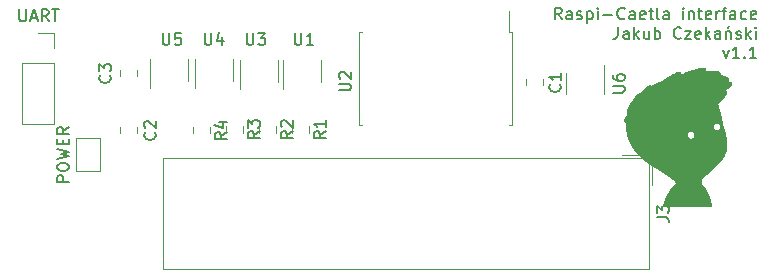
<source format=gbr>
G04 #@! TF.GenerationSoftware,KiCad,Pcbnew,(5.1.4-0-10_14)*
G04 #@! TF.CreationDate,2019-10-10T22:30:47+02:00*
G04 #@! TF.ProjectId,raspberry-to-caetla,72617370-6265-4727-9279-2d746f2d6361,1.0.8*
G04 #@! TF.SameCoordinates,Original*
G04 #@! TF.FileFunction,Legend,Top*
G04 #@! TF.FilePolarity,Positive*
%FSLAX46Y46*%
G04 Gerber Fmt 4.6, Leading zero omitted, Abs format (unit mm)*
G04 Created by KiCad (PCBNEW (5.1.4-0-10_14)) date 2019-10-10 22:30:47*
%MOMM*%
%LPD*%
G04 APERTURE LIST*
%ADD10C,0.150000*%
%ADD11C,0.010000*%
%ADD12C,0.120000*%
G04 APERTURE END LIST*
D10*
X97027833Y-57222380D02*
X96694500Y-56746190D01*
X96456404Y-57222380D02*
X96456404Y-56222380D01*
X96837357Y-56222380D01*
X96932595Y-56270000D01*
X96980214Y-56317619D01*
X97027833Y-56412857D01*
X97027833Y-56555714D01*
X96980214Y-56650952D01*
X96932595Y-56698571D01*
X96837357Y-56746190D01*
X96456404Y-56746190D01*
X97884976Y-57222380D02*
X97884976Y-56698571D01*
X97837357Y-56603333D01*
X97742119Y-56555714D01*
X97551642Y-56555714D01*
X97456404Y-56603333D01*
X97884976Y-57174761D02*
X97789738Y-57222380D01*
X97551642Y-57222380D01*
X97456404Y-57174761D01*
X97408785Y-57079523D01*
X97408785Y-56984285D01*
X97456404Y-56889047D01*
X97551642Y-56841428D01*
X97789738Y-56841428D01*
X97884976Y-56793809D01*
X98313547Y-57174761D02*
X98408785Y-57222380D01*
X98599261Y-57222380D01*
X98694500Y-57174761D01*
X98742119Y-57079523D01*
X98742119Y-57031904D01*
X98694500Y-56936666D01*
X98599261Y-56889047D01*
X98456404Y-56889047D01*
X98361166Y-56841428D01*
X98313547Y-56746190D01*
X98313547Y-56698571D01*
X98361166Y-56603333D01*
X98456404Y-56555714D01*
X98599261Y-56555714D01*
X98694500Y-56603333D01*
X99170690Y-56555714D02*
X99170690Y-57555714D01*
X99170690Y-56603333D02*
X99265928Y-56555714D01*
X99456404Y-56555714D01*
X99551642Y-56603333D01*
X99599261Y-56650952D01*
X99646880Y-56746190D01*
X99646880Y-57031904D01*
X99599261Y-57127142D01*
X99551642Y-57174761D01*
X99456404Y-57222380D01*
X99265928Y-57222380D01*
X99170690Y-57174761D01*
X100075452Y-57222380D02*
X100075452Y-56555714D01*
X100075452Y-56222380D02*
X100027833Y-56270000D01*
X100075452Y-56317619D01*
X100123071Y-56270000D01*
X100075452Y-56222380D01*
X100075452Y-56317619D01*
X100551642Y-56841428D02*
X101313547Y-56841428D01*
X102361166Y-57127142D02*
X102313547Y-57174761D01*
X102170690Y-57222380D01*
X102075452Y-57222380D01*
X101932595Y-57174761D01*
X101837357Y-57079523D01*
X101789738Y-56984285D01*
X101742119Y-56793809D01*
X101742119Y-56650952D01*
X101789738Y-56460476D01*
X101837357Y-56365238D01*
X101932595Y-56270000D01*
X102075452Y-56222380D01*
X102170690Y-56222380D01*
X102313547Y-56270000D01*
X102361166Y-56317619D01*
X103218309Y-57222380D02*
X103218309Y-56698571D01*
X103170690Y-56603333D01*
X103075452Y-56555714D01*
X102884976Y-56555714D01*
X102789738Y-56603333D01*
X103218309Y-57174761D02*
X103123071Y-57222380D01*
X102884976Y-57222380D01*
X102789738Y-57174761D01*
X102742119Y-57079523D01*
X102742119Y-56984285D01*
X102789738Y-56889047D01*
X102884976Y-56841428D01*
X103123071Y-56841428D01*
X103218309Y-56793809D01*
X104075452Y-57174761D02*
X103980214Y-57222380D01*
X103789738Y-57222380D01*
X103694500Y-57174761D01*
X103646880Y-57079523D01*
X103646880Y-56698571D01*
X103694500Y-56603333D01*
X103789738Y-56555714D01*
X103980214Y-56555714D01*
X104075452Y-56603333D01*
X104123071Y-56698571D01*
X104123071Y-56793809D01*
X103646880Y-56889047D01*
X104408785Y-56555714D02*
X104789738Y-56555714D01*
X104551642Y-56222380D02*
X104551642Y-57079523D01*
X104599261Y-57174761D01*
X104694500Y-57222380D01*
X104789738Y-57222380D01*
X105265928Y-57222380D02*
X105170690Y-57174761D01*
X105123071Y-57079523D01*
X105123071Y-56222380D01*
X106075452Y-57222380D02*
X106075452Y-56698571D01*
X106027833Y-56603333D01*
X105932595Y-56555714D01*
X105742119Y-56555714D01*
X105646880Y-56603333D01*
X106075452Y-57174761D02*
X105980214Y-57222380D01*
X105742119Y-57222380D01*
X105646880Y-57174761D01*
X105599261Y-57079523D01*
X105599261Y-56984285D01*
X105646880Y-56889047D01*
X105742119Y-56841428D01*
X105980214Y-56841428D01*
X106075452Y-56793809D01*
X107313547Y-57222380D02*
X107313547Y-56555714D01*
X107313547Y-56222380D02*
X107265928Y-56270000D01*
X107313547Y-56317619D01*
X107361166Y-56270000D01*
X107313547Y-56222380D01*
X107313547Y-56317619D01*
X107789738Y-56555714D02*
X107789738Y-57222380D01*
X107789738Y-56650952D02*
X107837357Y-56603333D01*
X107932595Y-56555714D01*
X108075452Y-56555714D01*
X108170690Y-56603333D01*
X108218309Y-56698571D01*
X108218309Y-57222380D01*
X108551642Y-56555714D02*
X108932595Y-56555714D01*
X108694500Y-56222380D02*
X108694500Y-57079523D01*
X108742119Y-57174761D01*
X108837357Y-57222380D01*
X108932595Y-57222380D01*
X109646880Y-57174761D02*
X109551642Y-57222380D01*
X109361166Y-57222380D01*
X109265928Y-57174761D01*
X109218309Y-57079523D01*
X109218309Y-56698571D01*
X109265928Y-56603333D01*
X109361166Y-56555714D01*
X109551642Y-56555714D01*
X109646880Y-56603333D01*
X109694500Y-56698571D01*
X109694500Y-56793809D01*
X109218309Y-56889047D01*
X110123071Y-57222380D02*
X110123071Y-56555714D01*
X110123071Y-56746190D02*
X110170690Y-56650952D01*
X110218309Y-56603333D01*
X110313547Y-56555714D01*
X110408785Y-56555714D01*
X110599261Y-56555714D02*
X110980214Y-56555714D01*
X110742119Y-57222380D02*
X110742119Y-56365238D01*
X110789738Y-56270000D01*
X110884976Y-56222380D01*
X110980214Y-56222380D01*
X111742119Y-57222380D02*
X111742119Y-56698571D01*
X111694500Y-56603333D01*
X111599261Y-56555714D01*
X111408785Y-56555714D01*
X111313547Y-56603333D01*
X111742119Y-57174761D02*
X111646880Y-57222380D01*
X111408785Y-57222380D01*
X111313547Y-57174761D01*
X111265928Y-57079523D01*
X111265928Y-56984285D01*
X111313547Y-56889047D01*
X111408785Y-56841428D01*
X111646880Y-56841428D01*
X111742119Y-56793809D01*
X112646880Y-57174761D02*
X112551642Y-57222380D01*
X112361166Y-57222380D01*
X112265928Y-57174761D01*
X112218309Y-57127142D01*
X112170690Y-57031904D01*
X112170690Y-56746190D01*
X112218309Y-56650952D01*
X112265928Y-56603333D01*
X112361166Y-56555714D01*
X112551642Y-56555714D01*
X112646880Y-56603333D01*
X113456404Y-57174761D02*
X113361166Y-57222380D01*
X113170690Y-57222380D01*
X113075452Y-57174761D01*
X113027833Y-57079523D01*
X113027833Y-56698571D01*
X113075452Y-56603333D01*
X113170690Y-56555714D01*
X113361166Y-56555714D01*
X113456404Y-56603333D01*
X113504023Y-56698571D01*
X113504023Y-56793809D01*
X113027833Y-56889047D01*
X101789738Y-57872380D02*
X101789738Y-58586666D01*
X101742119Y-58729523D01*
X101646880Y-58824761D01*
X101504023Y-58872380D01*
X101408785Y-58872380D01*
X102694500Y-58872380D02*
X102694500Y-58348571D01*
X102646880Y-58253333D01*
X102551642Y-58205714D01*
X102361166Y-58205714D01*
X102265928Y-58253333D01*
X102694500Y-58824761D02*
X102599261Y-58872380D01*
X102361166Y-58872380D01*
X102265928Y-58824761D01*
X102218309Y-58729523D01*
X102218309Y-58634285D01*
X102265928Y-58539047D01*
X102361166Y-58491428D01*
X102599261Y-58491428D01*
X102694500Y-58443809D01*
X103170690Y-58872380D02*
X103170690Y-57872380D01*
X103265928Y-58491428D02*
X103551642Y-58872380D01*
X103551642Y-58205714D02*
X103170690Y-58586666D01*
X104408785Y-58205714D02*
X104408785Y-58872380D01*
X103980214Y-58205714D02*
X103980214Y-58729523D01*
X104027833Y-58824761D01*
X104123071Y-58872380D01*
X104265928Y-58872380D01*
X104361166Y-58824761D01*
X104408785Y-58777142D01*
X104884976Y-58872380D02*
X104884976Y-57872380D01*
X104884976Y-58253333D02*
X104980214Y-58205714D01*
X105170690Y-58205714D01*
X105265928Y-58253333D01*
X105313547Y-58300952D01*
X105361166Y-58396190D01*
X105361166Y-58681904D01*
X105313547Y-58777142D01*
X105265928Y-58824761D01*
X105170690Y-58872380D01*
X104980214Y-58872380D01*
X104884976Y-58824761D01*
X107123071Y-58777142D02*
X107075452Y-58824761D01*
X106932595Y-58872380D01*
X106837357Y-58872380D01*
X106694500Y-58824761D01*
X106599261Y-58729523D01*
X106551642Y-58634285D01*
X106504023Y-58443809D01*
X106504023Y-58300952D01*
X106551642Y-58110476D01*
X106599261Y-58015238D01*
X106694500Y-57920000D01*
X106837357Y-57872380D01*
X106932595Y-57872380D01*
X107075452Y-57920000D01*
X107123071Y-57967619D01*
X107456404Y-58205714D02*
X107980214Y-58205714D01*
X107456404Y-58872380D01*
X107980214Y-58872380D01*
X108742119Y-58824761D02*
X108646880Y-58872380D01*
X108456404Y-58872380D01*
X108361166Y-58824761D01*
X108313547Y-58729523D01*
X108313547Y-58348571D01*
X108361166Y-58253333D01*
X108456404Y-58205714D01*
X108646880Y-58205714D01*
X108742119Y-58253333D01*
X108789738Y-58348571D01*
X108789738Y-58443809D01*
X108313547Y-58539047D01*
X109218309Y-58872380D02*
X109218309Y-57872380D01*
X109313547Y-58491428D02*
X109599261Y-58872380D01*
X109599261Y-58205714D02*
X109218309Y-58586666D01*
X110456404Y-58872380D02*
X110456404Y-58348571D01*
X110408785Y-58253333D01*
X110313547Y-58205714D01*
X110123071Y-58205714D01*
X110027833Y-58253333D01*
X110456404Y-58824761D02*
X110361166Y-58872380D01*
X110123071Y-58872380D01*
X110027833Y-58824761D01*
X109980214Y-58729523D01*
X109980214Y-58634285D01*
X110027833Y-58539047D01*
X110123071Y-58491428D01*
X110361166Y-58491428D01*
X110456404Y-58443809D01*
X110932595Y-58205714D02*
X110932595Y-58872380D01*
X110932595Y-58300952D02*
X110980214Y-58253333D01*
X111075452Y-58205714D01*
X111218309Y-58205714D01*
X111313547Y-58253333D01*
X111361166Y-58348571D01*
X111361166Y-58872380D01*
X111218309Y-57824761D02*
X111075452Y-57967619D01*
X111789738Y-58824761D02*
X111884976Y-58872380D01*
X112075452Y-58872380D01*
X112170690Y-58824761D01*
X112218309Y-58729523D01*
X112218309Y-58681904D01*
X112170690Y-58586666D01*
X112075452Y-58539047D01*
X111932595Y-58539047D01*
X111837357Y-58491428D01*
X111789738Y-58396190D01*
X111789738Y-58348571D01*
X111837357Y-58253333D01*
X111932595Y-58205714D01*
X112075452Y-58205714D01*
X112170690Y-58253333D01*
X112646880Y-58872380D02*
X112646880Y-57872380D01*
X112742119Y-58491428D02*
X113027833Y-58872380D01*
X113027833Y-58205714D02*
X112646880Y-58586666D01*
X113456404Y-58872380D02*
X113456404Y-58205714D01*
X113456404Y-57872380D02*
X113408785Y-57920000D01*
X113456404Y-57967619D01*
X113504023Y-57920000D01*
X113456404Y-57872380D01*
X113456404Y-57967619D01*
X110694500Y-59855714D02*
X110932595Y-60522380D01*
X111170690Y-59855714D01*
X112075452Y-60522380D02*
X111504023Y-60522380D01*
X111789738Y-60522380D02*
X111789738Y-59522380D01*
X111694500Y-59665238D01*
X111599261Y-59760476D01*
X111504023Y-59808095D01*
X112504023Y-60427142D02*
X112551642Y-60474761D01*
X112504023Y-60522380D01*
X112456404Y-60474761D01*
X112504023Y-60427142D01*
X112504023Y-60522380D01*
X113504023Y-60522380D02*
X112932595Y-60522380D01*
X113218309Y-60522380D02*
X113218309Y-59522380D01*
X113123071Y-59665238D01*
X113027833Y-59760476D01*
X112932595Y-59808095D01*
D11*
G36*
X108923518Y-61316119D02*
G01*
X108971115Y-61318332D01*
X109006361Y-61323222D01*
X109035774Y-61331771D01*
X109065875Y-61344964D01*
X109072105Y-61348024D01*
X109120624Y-61374813D01*
X109149798Y-61400613D01*
X109164355Y-61432544D01*
X109169021Y-61477727D01*
X109169200Y-61494286D01*
X109170200Y-61535817D01*
X109175317Y-61559518D01*
X109187722Y-61572942D01*
X109205932Y-61581733D01*
X109244847Y-61590519D01*
X109290192Y-61583748D01*
X109291657Y-61583345D01*
X109321161Y-61578848D01*
X109371375Y-61575221D01*
X109438173Y-61572455D01*
X109517431Y-61570537D01*
X109605026Y-61569459D01*
X109696832Y-61569210D01*
X109788726Y-61569778D01*
X109876582Y-61571155D01*
X109956278Y-61573329D01*
X110023688Y-61576289D01*
X110074689Y-61580027D01*
X110105155Y-61584530D01*
X110108098Y-61585407D01*
X110139189Y-61597531D01*
X110158239Y-61607351D01*
X110159800Y-61608728D01*
X110174763Y-61616370D01*
X110205775Y-61627438D01*
X110226475Y-61633793D01*
X110261194Y-61645716D01*
X110283001Y-61656708D01*
X110286800Y-61661272D01*
X110297410Y-61669466D01*
X110311071Y-61671200D01*
X110338080Y-61681971D01*
X110366296Y-61708901D01*
X110389322Y-61743911D01*
X110400763Y-61778925D01*
X110401100Y-61784886D01*
X110404191Y-61839902D01*
X110415402Y-61875697D01*
X110437640Y-61897912D01*
X110465433Y-61909730D01*
X110501409Y-61919641D01*
X110528821Y-61924929D01*
X110533049Y-61925200D01*
X110552872Y-61930696D01*
X110585600Y-61944283D01*
X110622001Y-61961602D01*
X110652838Y-61978298D01*
X110667800Y-61988767D01*
X110682838Y-61996439D01*
X110712817Y-62007897D01*
X110724950Y-62012045D01*
X110783404Y-62033133D01*
X110843516Y-62058711D01*
X110912633Y-62092070D01*
X110971263Y-62122313D01*
X111002213Y-62141767D01*
X111023618Y-62160413D01*
X111042363Y-62176257D01*
X111051262Y-62179200D01*
X111077663Y-62190274D01*
X111093034Y-62220029D01*
X111094993Y-62263262D01*
X111093758Y-62271949D01*
X111084242Y-62330341D01*
X111079387Y-62369768D01*
X111079315Y-62396255D01*
X111084148Y-62415828D01*
X111094008Y-62434512D01*
X111097145Y-62439550D01*
X111133968Y-62475553D01*
X111177058Y-62494237D01*
X111235848Y-62513481D01*
X111278008Y-62531046D01*
X111300208Y-62545438D01*
X111302800Y-62550600D01*
X111313394Y-62558568D01*
X111326659Y-62560200D01*
X111349623Y-62571719D01*
X111365670Y-62596779D01*
X111375764Y-62632409D01*
X111381605Y-62675211D01*
X111382831Y-62716695D01*
X111379080Y-62748373D01*
X111372650Y-62760686D01*
X111356453Y-62778612D01*
X111346401Y-62794301D01*
X111324202Y-62821142D01*
X111309284Y-62832401D01*
X111284562Y-62849856D01*
X111253782Y-62875551D01*
X111247924Y-62880875D01*
X111219871Y-62903135D01*
X111197039Y-62915129D01*
X111192966Y-62915800D01*
X111177311Y-62923303D01*
X111175800Y-62928500D01*
X111165769Y-62940322D01*
X111159925Y-62941229D01*
X111141332Y-62948975D01*
X111112888Y-62968488D01*
X111099600Y-62979299D01*
X111071386Y-63002013D01*
X111051244Y-63015632D01*
X111046715Y-63017370D01*
X111033488Y-63025513D01*
X111009093Y-63046254D01*
X110992764Y-63061601D01*
X110958509Y-63089796D01*
X110924550Y-63109954D01*
X110912299Y-63114432D01*
X110878323Y-63129327D01*
X110856810Y-63146430D01*
X110833831Y-63164698D01*
X110817962Y-63169799D01*
X110793118Y-63176905D01*
X110777486Y-63186010D01*
X110762623Y-63208378D01*
X110767812Y-63231218D01*
X110789670Y-63245201D01*
X110799333Y-63246278D01*
X110831591Y-63252791D01*
X110874390Y-63268733D01*
X110917146Y-63289436D01*
X110949272Y-63310227D01*
X110954068Y-63314553D01*
X110964813Y-63335272D01*
X110971135Y-63365729D01*
X110972404Y-63396619D01*
X110967993Y-63418640D01*
X110961440Y-63423800D01*
X110949425Y-63434289D01*
X110935406Y-63459753D01*
X110934500Y-63461900D01*
X110921006Y-63488059D01*
X110909633Y-63499935D01*
X110909040Y-63500000D01*
X110897596Y-63510335D01*
X110892314Y-63522225D01*
X110873592Y-63563365D01*
X110843753Y-63611486D01*
X110809870Y-63655842D01*
X110791625Y-63675166D01*
X110774169Y-63697854D01*
X110769400Y-63712372D01*
X110762830Y-63727392D01*
X110758846Y-63728600D01*
X110746249Y-63738705D01*
X110730597Y-63763059D01*
X110730357Y-63763525D01*
X110710473Y-63795532D01*
X110692099Y-63817500D01*
X110673242Y-63839072D01*
X110666612Y-63850493D01*
X110650162Y-63878104D01*
X110616684Y-63920311D01*
X110568230Y-63974946D01*
X110506852Y-64039838D01*
X110434599Y-64112817D01*
X110353525Y-64191712D01*
X110267962Y-64272241D01*
X110181486Y-64352332D01*
X110198213Y-64422057D01*
X110209115Y-64461344D01*
X110219663Y-64489434D01*
X110225470Y-64498291D01*
X110233596Y-64514653D01*
X110236000Y-64535799D01*
X110240442Y-64559305D01*
X110248700Y-64566800D01*
X110256507Y-64578099D01*
X110260984Y-64606467D01*
X110261400Y-64619929D01*
X110265455Y-64657228D01*
X110275982Y-64705493D01*
X110290524Y-64756431D01*
X110306623Y-64801747D01*
X110321821Y-64833148D01*
X110326379Y-64839215D01*
X110335347Y-64860636D01*
X110337600Y-64880662D01*
X110342537Y-64914391D01*
X110348995Y-64932097D01*
X110358537Y-64955898D01*
X110373043Y-65000308D01*
X110392886Y-65066539D01*
X110418437Y-65155805D01*
X110427787Y-65189100D01*
X110439203Y-65226034D01*
X110449453Y-65252897D01*
X110452682Y-65258950D01*
X110461627Y-65283066D01*
X110471021Y-65328593D01*
X110480143Y-65391568D01*
X110485580Y-65439925D01*
X110491338Y-65477158D01*
X110498876Y-65501359D01*
X110503875Y-65506600D01*
X110511545Y-65517754D01*
X110515318Y-65545123D01*
X110515400Y-65550300D01*
X110518765Y-65581933D01*
X110526979Y-65600987D01*
X110528100Y-65601850D01*
X110537572Y-65619179D01*
X110540800Y-65643879D01*
X110544070Y-65676792D01*
X110553204Y-65729119D01*
X110567188Y-65795820D01*
X110585007Y-65871860D01*
X110593717Y-65906650D01*
X110602667Y-65952325D01*
X110609203Y-66004432D01*
X110610327Y-66019342D01*
X110615494Y-66067925D01*
X110624027Y-66114776D01*
X110627237Y-66127292D01*
X110637196Y-66166002D01*
X110648594Y-66216209D01*
X110655482Y-66249550D01*
X110671151Y-66317954D01*
X110689454Y-66372336D01*
X110707381Y-66411302D01*
X110717082Y-66439970D01*
X110718600Y-66452577D01*
X110723768Y-66469610D01*
X110728207Y-66471799D01*
X110737647Y-66482834D01*
X110749222Y-66510234D01*
X110760155Y-66545444D01*
X110767665Y-66579912D01*
X110769400Y-66598599D01*
X110774071Y-66619354D01*
X110780619Y-66624200D01*
X110790781Y-66636164D01*
X110801972Y-66669253D01*
X110813366Y-66719256D01*
X110824134Y-66781967D01*
X110833450Y-66853176D01*
X110840487Y-66928675D01*
X110840511Y-66929000D01*
X110845373Y-66976162D01*
X110851922Y-67015969D01*
X110857732Y-67036950D01*
X110873329Y-67079558D01*
X110885803Y-67131598D01*
X110897049Y-67200998D01*
X110897195Y-67202050D01*
X110905845Y-67259268D01*
X110916048Y-67319960D01*
X110921217Y-67348100D01*
X110951099Y-67559820D01*
X110962474Y-67786095D01*
X110955245Y-68023976D01*
X110947017Y-68122800D01*
X110938486Y-68200494D01*
X110929318Y-68259617D01*
X110917877Y-68306978D01*
X110902527Y-68349387D01*
X110882218Y-68392502D01*
X110873287Y-68422717D01*
X110871000Y-68446477D01*
X110866674Y-68470427D01*
X110858300Y-68478400D01*
X110848004Y-68489044D01*
X110845600Y-68503972D01*
X110840209Y-68537267D01*
X110834902Y-68551597D01*
X110805809Y-68612142D01*
X110786459Y-68654063D01*
X110775126Y-68681398D01*
X110770086Y-68698186D01*
X110769364Y-68705039D01*
X110761602Y-68727463D01*
X110741346Y-68761501D01*
X110713226Y-68800011D01*
X110690370Y-68826869D01*
X110673362Y-68849153D01*
X110667800Y-68862325D01*
X110659933Y-68878591D01*
X110642400Y-68900425D01*
X110623888Y-68925576D01*
X110617000Y-68944344D01*
X110609299Y-68959647D01*
X110604300Y-68961000D01*
X110592500Y-68971029D01*
X110591600Y-68976891D01*
X110583398Y-68993081D01*
X110561636Y-69021857D01*
X110530573Y-69057706D01*
X110521750Y-69067238D01*
X110489171Y-69103009D01*
X110464701Y-69131863D01*
X110452532Y-69148794D01*
X110451900Y-69150675D01*
X110443750Y-69163806D01*
X110422470Y-69189256D01*
X110395213Y-69218816D01*
X110361568Y-69255515D01*
X110332486Y-69289973D01*
X110317553Y-69309988D01*
X110298236Y-69332865D01*
X110282164Y-69342086D01*
X110266693Y-69351798D01*
X110245124Y-69376053D01*
X110237073Y-69387214D01*
X110212308Y-69418615D01*
X110188493Y-69441235D01*
X110183098Y-69444724D01*
X110164080Y-69460351D01*
X110159800Y-69470042D01*
X110151070Y-69483322D01*
X110127310Y-69509940D01*
X110092163Y-69546015D01*
X110049905Y-69587070D01*
X109998540Y-69636243D01*
X109946422Y-69686947D01*
X109900623Y-69732263D01*
X109875280Y-69757927D01*
X109777617Y-69858135D01*
X109696265Y-69940717D01*
X109630229Y-70006640D01*
X109578515Y-70056870D01*
X109540127Y-70092373D01*
X109514071Y-70114115D01*
X109499468Y-70123028D01*
X109478838Y-70137133D01*
X109474000Y-70149305D01*
X109467181Y-70165654D01*
X109461877Y-70167500D01*
X109445520Y-70175733D01*
X109421431Y-70195890D01*
X109418004Y-70199250D01*
X109392639Y-70220617D01*
X109372635Y-70230848D01*
X109370996Y-70231000D01*
X109354272Y-70239477D01*
X109327324Y-70261315D01*
X109305941Y-70281800D01*
X109275377Y-70309885D01*
X109249483Y-70328333D01*
X109238072Y-70332600D01*
X109221792Y-70338584D01*
X109220000Y-70343153D01*
X109209917Y-70355808D01*
X109185634Y-70371551D01*
X109185294Y-70371728D01*
X109152253Y-70392994D01*
X109117364Y-70421157D01*
X109113560Y-70424675D01*
X109087329Y-70446878D01*
X109067890Y-70458898D01*
X109064809Y-70459600D01*
X109046192Y-70467102D01*
X109034745Y-70475475D01*
X109015419Y-70491696D01*
X108983864Y-70517692D01*
X108953897Y-70542150D01*
X108907212Y-70587611D01*
X108868314Y-70643829D01*
X108832723Y-70717502D01*
X108826517Y-70732650D01*
X108820151Y-70757009D01*
X108812527Y-70798506D01*
X108805100Y-70849025D01*
X108803747Y-70859650D01*
X108793550Y-70962889D01*
X108792073Y-71046466D01*
X108800437Y-71114955D01*
X108819763Y-71172932D01*
X108851175Y-71224971D01*
X108895792Y-71275647D01*
X108908850Y-71288361D01*
X108968497Y-71345928D01*
X109009940Y-71387917D01*
X109034176Y-71415379D01*
X109042198Y-71429369D01*
X109042200Y-71429490D01*
X109050700Y-71445981D01*
X109065027Y-71461410D01*
X109086999Y-71485209D01*
X109112706Y-71518320D01*
X109118390Y-71526400D01*
X109139100Y-71555420D01*
X109154109Y-71574448D01*
X109156835Y-71577200D01*
X109166968Y-71591229D01*
X109184131Y-71620061D01*
X109195547Y-71640700D01*
X109214395Y-71674580D01*
X109228628Y-71698202D01*
X109233010Y-71704200D01*
X109242194Y-71718221D01*
X109258590Y-71747367D01*
X109271088Y-71770875D01*
X109290237Y-71804507D01*
X109305836Y-71826405D01*
X109312053Y-71831200D01*
X109319816Y-71841862D01*
X109321600Y-71856600D01*
X109325629Y-71877255D01*
X109331199Y-71882000D01*
X109341886Y-71892524D01*
X109355583Y-71918350D01*
X109357664Y-71923275D01*
X109379447Y-71976108D01*
X109395483Y-72013435D01*
X109409381Y-72043362D01*
X109424750Y-72073996D01*
X109424870Y-72074229D01*
X109440099Y-72108674D01*
X109448197Y-72136362D01*
X109448600Y-72140904D01*
X109453484Y-72158734D01*
X109458207Y-72161400D01*
X109467279Y-72172326D01*
X109478891Y-72199234D01*
X109490034Y-72233319D01*
X109497702Y-72265777D01*
X109499400Y-72282022D01*
X109505010Y-72309855D01*
X109510618Y-72323497D01*
X109537048Y-72383436D01*
X109558490Y-72447004D01*
X109572147Y-72504914D01*
X109575600Y-72539377D01*
X109578876Y-72569236D01*
X109586768Y-72585900D01*
X109586896Y-72585982D01*
X109593912Y-72595261D01*
X109600836Y-72616615D01*
X109608583Y-72653978D01*
X109618072Y-72711286D01*
X109621878Y-72736154D01*
X109629310Y-72768873D01*
X109638525Y-72789134D01*
X109640441Y-72790879D01*
X109647246Y-72806744D01*
X109651302Y-72838716D01*
X109651800Y-72856001D01*
X109655219Y-72904838D01*
X109663695Y-72952886D01*
X109666255Y-72962352D01*
X109670449Y-72973753D01*
X109675138Y-72984131D01*
X109679201Y-72993535D01*
X109681520Y-73002012D01*
X109680975Y-73009610D01*
X109676447Y-73016377D01*
X109666817Y-73022360D01*
X109650965Y-73027607D01*
X109627772Y-73032166D01*
X109596118Y-73036084D01*
X109554885Y-73039409D01*
X109502952Y-73042190D01*
X109439200Y-73044473D01*
X109362511Y-73046306D01*
X109271764Y-73047737D01*
X109165840Y-73048814D01*
X109043621Y-73049585D01*
X108903986Y-73050096D01*
X108745816Y-73050397D01*
X108567991Y-73050533D01*
X108369394Y-73050554D01*
X108148903Y-73050508D01*
X107905400Y-73050440D01*
X107637766Y-73050400D01*
X107600298Y-73050400D01*
X107333623Y-73050390D01*
X107091202Y-73050352D01*
X106871888Y-73050274D01*
X106674537Y-73050143D01*
X106498002Y-73049946D01*
X106341136Y-73049671D01*
X106202795Y-73049306D01*
X106081831Y-73048838D01*
X105977100Y-73048253D01*
X105887454Y-73047541D01*
X105811748Y-73046688D01*
X105748836Y-73045681D01*
X105697572Y-73044509D01*
X105656810Y-73043158D01*
X105625404Y-73041617D01*
X105602207Y-73039872D01*
X105586074Y-73037911D01*
X105575859Y-73035721D01*
X105570416Y-73033291D01*
X105568599Y-73030606D01*
X105569024Y-73028175D01*
X105579522Y-72997066D01*
X105584563Y-72977375D01*
X105593607Y-72955099D01*
X105601980Y-72948800D01*
X105611620Y-72938350D01*
X105613200Y-72927476D01*
X105618673Y-72892760D01*
X105633635Y-72842456D01*
X105655897Y-72783532D01*
X105665459Y-72761135D01*
X105680023Y-72723665D01*
X105688622Y-72693000D01*
X105689591Y-72684935D01*
X105693963Y-72658327D01*
X105704388Y-72621947D01*
X105717305Y-72586446D01*
X105729156Y-72562475D01*
X105731496Y-72559570D01*
X105738370Y-72541188D01*
X105740200Y-72521233D01*
X105744828Y-72498398D01*
X105752900Y-72491600D01*
X105764233Y-72481342D01*
X105765600Y-72472951D01*
X105771064Y-72455266D01*
X105785764Y-72420872D01*
X105807161Y-72374837D01*
X105832715Y-72322233D01*
X105859887Y-72268127D01*
X105886137Y-72217590D01*
X105908925Y-72175691D01*
X105925712Y-72147499D01*
X105933329Y-72138116D01*
X105942704Y-72123501D01*
X105943400Y-72117091D01*
X105948999Y-72096320D01*
X105962858Y-72064113D01*
X105980564Y-72029165D01*
X105997705Y-72000167D01*
X106009870Y-71985813D01*
X106010075Y-71985716D01*
X106018030Y-71971182D01*
X106019600Y-71957141D01*
X106024188Y-71937072D01*
X106030129Y-71932800D01*
X106040861Y-71922254D01*
X106057414Y-71895077D01*
X106070400Y-71869300D01*
X106088511Y-71834363D01*
X106103820Y-71811299D01*
X106110670Y-71805800D01*
X106119231Y-71795144D01*
X106121200Y-71780400D01*
X106126518Y-71759762D01*
X106133900Y-71755000D01*
X106145568Y-71744901D01*
X106146600Y-71738344D01*
X106154652Y-71717562D01*
X106172000Y-71694425D01*
X106190417Y-71670408D01*
X106197400Y-71653596D01*
X106205793Y-71638147D01*
X106227669Y-71611366D01*
X106254550Y-71582881D01*
X106284229Y-71551470D01*
X106304891Y-71526292D01*
X106311700Y-71513900D01*
X106319839Y-71498940D01*
X106340887Y-71472517D01*
X106362500Y-71448667D01*
X106389965Y-71418096D01*
X106408411Y-71394309D01*
X106413300Y-71384632D01*
X106423066Y-71374340D01*
X106426334Y-71374000D01*
X106441495Y-71365614D01*
X106468065Y-71343758D01*
X106496518Y-71316850D01*
X106527922Y-71287171D01*
X106553083Y-71266510D01*
X106565456Y-71259700D01*
X106581576Y-71251475D01*
X106605541Y-71231336D01*
X106608995Y-71227950D01*
X106633150Y-71206701D01*
X106650583Y-71196385D01*
X106651984Y-71196200D01*
X106666876Y-71184835D01*
X106680349Y-71156002D01*
X106689575Y-71117596D01*
X106691990Y-71084477D01*
X106683413Y-71020399D01*
X106658325Y-70959009D01*
X106614679Y-70897133D01*
X106550427Y-70831600D01*
X106501931Y-70789857D01*
X106464716Y-70759037D01*
X106433882Y-70732991D01*
X106416068Y-70717330D01*
X106416012Y-70717277D01*
X106393883Y-70700133D01*
X106363026Y-70680142D01*
X106362037Y-70679556D01*
X106336722Y-70661996D01*
X106324582Y-70648452D01*
X106324400Y-70647361D01*
X106314260Y-70638184D01*
X106307831Y-70637400D01*
X106289570Y-70629354D01*
X106261129Y-70608796D01*
X106242735Y-70592950D01*
X106213436Y-70567705D01*
X106191404Y-70551600D01*
X106184446Y-70548500D01*
X106169977Y-70540543D01*
X106145091Y-70520525D01*
X106133900Y-70510400D01*
X106107074Y-70487176D01*
X106087686Y-70473681D01*
X106083700Y-70472300D01*
X106068454Y-70464726D01*
X106044623Y-70446429D01*
X106043768Y-70445686D01*
X106014260Y-70423220D01*
X105974676Y-70396970D01*
X105956100Y-70385721D01*
X105917682Y-70361714D01*
X105885078Y-70338659D01*
X105874330Y-70329785D01*
X105851592Y-70312733D01*
X105837719Y-70307200D01*
X105820579Y-70298762D01*
X105805189Y-70284888D01*
X105778373Y-70262388D01*
X105749725Y-70244642D01*
X105725213Y-70229001D01*
X105714803Y-70216296D01*
X105714800Y-70216153D01*
X105704144Y-70207573D01*
X105689400Y-70205600D01*
X105668747Y-70201340D01*
X105664000Y-70195448D01*
X105653882Y-70184868D01*
X105627662Y-70165932D01*
X105591541Y-70142438D01*
X105551719Y-70118187D01*
X105514396Y-70096979D01*
X105485771Y-70082613D01*
X105473332Y-70078600D01*
X105461124Y-70070428D01*
X105460800Y-70068046D01*
X105450702Y-70055431D01*
X105426367Y-70039725D01*
X105425875Y-70039471D01*
X105391384Y-70018447D01*
X105366330Y-69999225D01*
X105341595Y-69982252D01*
X105325055Y-69977000D01*
X105309752Y-69969299D01*
X105308400Y-69964300D01*
X105297902Y-69953572D01*
X105285893Y-69951600D01*
X105262511Y-69944042D01*
X105230809Y-69925090D01*
X105219218Y-69916411D01*
X105182703Y-69889679D01*
X105147316Y-69867340D01*
X105140125Y-69863465D01*
X105115630Y-69848407D01*
X105105203Y-69836829D01*
X105105200Y-69836694D01*
X105094749Y-69826180D01*
X105069364Y-69812853D01*
X105067100Y-69811900D01*
X105040912Y-69797980D01*
X105029060Y-69785612D01*
X105029000Y-69784959D01*
X105018349Y-69775888D01*
X105003600Y-69773800D01*
X104982953Y-69769120D01*
X104978200Y-69762640D01*
X104967710Y-69750625D01*
X104942246Y-69736606D01*
X104940100Y-69735700D01*
X104913912Y-69721780D01*
X104902060Y-69709412D01*
X104902000Y-69708759D01*
X104891830Y-69698574D01*
X104884833Y-69697600D01*
X104865625Y-69689388D01*
X104838056Y-69668804D01*
X104827799Y-69659500D01*
X104798933Y-69635883D01*
X104774545Y-69622520D01*
X104768765Y-69621400D01*
X104751709Y-69616257D01*
X104749500Y-69611875D01*
X104739289Y-69599894D01*
X104720925Y-69589121D01*
X104671082Y-69564183D01*
X104621004Y-69536209D01*
X104578692Y-69509880D01*
X104553601Y-69491225D01*
X104528831Y-69474261D01*
X104512255Y-69469000D01*
X104496952Y-69461299D01*
X104495600Y-69456300D01*
X104485819Y-69444110D01*
X104482013Y-69443600D01*
X104464319Y-69436558D01*
X104433335Y-69418428D01*
X104395829Y-69393702D01*
X104358572Y-69366872D01*
X104328333Y-69342432D01*
X104324930Y-69339351D01*
X104302232Y-69322197D01*
X104288319Y-69316600D01*
X104271324Y-69308077D01*
X104255789Y-69293772D01*
X104232025Y-69271781D01*
X104198957Y-69245982D01*
X104190800Y-69240206D01*
X104154314Y-69211732D01*
X104114373Y-69175938D01*
X104099720Y-69161434D01*
X104071588Y-69134350D01*
X104049950Y-69116923D01*
X104042570Y-69113384D01*
X104026932Y-69105781D01*
X104001524Y-69086987D01*
X103995149Y-69081634D01*
X103969301Y-69061151D01*
X103951747Y-69050381D01*
X103949704Y-69049900D01*
X103938014Y-69041530D01*
X103911647Y-69018512D01*
X103874059Y-68983987D01*
X103828707Y-68941091D01*
X103808804Y-68921942D01*
X103757015Y-68872953D01*
X103707237Y-68827787D01*
X103664361Y-68790756D01*
X103633283Y-68766171D01*
X103627578Y-68762246D01*
X103597446Y-68739407D01*
X103557876Y-68704823D01*
X103512584Y-68662292D01*
X103465288Y-68615613D01*
X103419702Y-68568586D01*
X103379543Y-68525009D01*
X103348529Y-68488682D01*
X103330374Y-68463404D01*
X103327200Y-68455182D01*
X103319496Y-68439082D01*
X103304861Y-68420469D01*
X103284431Y-68396470D01*
X103256350Y-68361721D01*
X103238299Y-68338700D01*
X103209356Y-68302045D01*
X103183230Y-68270201D01*
X103171738Y-68256930D01*
X103154755Y-68233041D01*
X103149400Y-68217623D01*
X103140775Y-68198813D01*
X103124000Y-68179950D01*
X103104897Y-68156808D01*
X103098600Y-68139881D01*
X103091064Y-68124284D01*
X103085900Y-68122800D01*
X103074231Y-68112701D01*
X103073200Y-68106144D01*
X103065147Y-68085362D01*
X103047800Y-68062225D01*
X103029199Y-68035979D01*
X103022400Y-68015381D01*
X103017205Y-67998121D01*
X103012581Y-67995800D01*
X103002693Y-67985242D01*
X102985305Y-67957254D01*
X102963780Y-67917366D01*
X102958606Y-67907105D01*
X102936641Y-67865238D01*
X102918096Y-67833962D01*
X102906321Y-67818822D01*
X102904925Y-67818205D01*
X102896136Y-67807849D01*
X102895400Y-67801481D01*
X102890302Y-67777601D01*
X102878290Y-67748744D01*
X102864286Y-67725043D01*
X102854125Y-67716499D01*
X102845618Y-67706092D01*
X102844600Y-67697689D01*
X102839391Y-67675281D01*
X102826406Y-67642745D01*
X102809608Y-67608103D01*
X102792959Y-67579376D01*
X102780419Y-67564586D01*
X102778569Y-67564000D01*
X102769195Y-67553867D01*
X102768400Y-67547481D01*
X102763302Y-67523601D01*
X102751290Y-67494744D01*
X102737286Y-67471043D01*
X102727125Y-67462499D01*
X102719972Y-67451527D01*
X102717600Y-67430477D01*
X102713055Y-67396323D01*
X102706137Y-67376502D01*
X102695732Y-67351045D01*
X102683121Y-67313107D01*
X102678450Y-67297300D01*
X102667060Y-67260396D01*
X102657129Y-67233536D01*
X102654100Y-67227450D01*
X102645755Y-67208345D01*
X102634079Y-67174781D01*
X102628700Y-67157600D01*
X102616564Y-67120766D01*
X102605917Y-67093914D01*
X102602607Y-67087750D01*
X102594202Y-67066801D01*
X102587183Y-67036950D01*
X102578174Y-66992572D01*
X102576692Y-66986385D01*
X107597134Y-66986385D01*
X107600974Y-67030196D01*
X107611163Y-67087846D01*
X107614104Y-67102371D01*
X107627897Y-67133996D01*
X107654706Y-67173409D01*
X107688202Y-67213112D01*
X107722057Y-67245604D01*
X107749943Y-67263386D01*
X107749975Y-67263397D01*
X107768801Y-67279068D01*
X107772200Y-67290551D01*
X107780769Y-67304433D01*
X107809065Y-67309938D01*
X107819825Y-67310194D01*
X107856506Y-67313487D01*
X107884038Y-67321305D01*
X107886500Y-67322700D01*
X107898983Y-67330394D01*
X107910783Y-67333862D01*
X107928738Y-67332965D01*
X107959684Y-67327565D01*
X107995506Y-67320479D01*
X108080281Y-67293022D01*
X108150816Y-67246287D01*
X108209182Y-67178573D01*
X108244716Y-67116122D01*
X108269331Y-67050799D01*
X108279880Y-66988804D01*
X108275536Y-66936861D01*
X108268889Y-66919302D01*
X108256964Y-66895263D01*
X108239253Y-66858727D01*
X108229009Y-66837345D01*
X108205853Y-66798006D01*
X108175744Y-66758847D01*
X108144132Y-66725799D01*
X108116468Y-66704791D01*
X108103124Y-66700400D01*
X108084804Y-66694612D01*
X108054781Y-66680202D01*
X108045250Y-66675000D01*
X108001998Y-66658962D01*
X107948954Y-66650481D01*
X107896675Y-66650306D01*
X107855716Y-66659187D01*
X107851402Y-66661240D01*
X107824108Y-66673783D01*
X107788879Y-66687882D01*
X107788075Y-66688181D01*
X107760463Y-66701298D01*
X107747045Y-66713333D01*
X107746800Y-66714640D01*
X107736597Y-66724762D01*
X107729210Y-66725800D01*
X107710625Y-66735549D01*
X107689784Y-66759146D01*
X107688896Y-66760481D01*
X107665782Y-66791589D01*
X107644763Y-66814456D01*
X107630174Y-66837194D01*
X107615410Y-66875172D01*
X107607279Y-66904983D01*
X107599337Y-66947589D01*
X107597134Y-66986385D01*
X102576692Y-66986385D01*
X102565703Y-66940536D01*
X102551843Y-66888527D01*
X102538665Y-66844232D01*
X102528241Y-66815336D01*
X102526463Y-66811697D01*
X102517907Y-66783586D01*
X102514399Y-66747622D01*
X102511771Y-66717078D01*
X102504709Y-66669566D01*
X102494453Y-66612878D01*
X102487745Y-66579884D01*
X102477050Y-66524904D01*
X102469924Y-66474510D01*
X102465916Y-66421807D01*
X102464574Y-66359903D01*
X102465266Y-66298096D01*
X109802965Y-66298096D01*
X109803551Y-66337471D01*
X109812829Y-66360948D01*
X109815259Y-66362836D01*
X109825473Y-66379118D01*
X109833768Y-66406917D01*
X109848153Y-66442072D01*
X109872613Y-66475548D01*
X109873508Y-66476454D01*
X109895011Y-66501197D01*
X109905576Y-66519713D01*
X109905800Y-66521426D01*
X109916261Y-66534202D01*
X109942426Y-66550806D01*
X109953425Y-66556267D01*
X109984750Y-66571922D01*
X110004841Y-66583966D01*
X110007400Y-66586218D01*
X110023572Y-66595178D01*
X110054241Y-66606383D01*
X110089110Y-66616545D01*
X110117886Y-66622377D01*
X110121700Y-66622718D01*
X110144621Y-66619395D01*
X110180358Y-66609713D01*
X110197387Y-66604110D01*
X110261090Y-66577553D01*
X110316245Y-66546326D01*
X110358494Y-66513604D01*
X110383480Y-66482565D01*
X110388400Y-66464872D01*
X110394603Y-66448333D01*
X110399559Y-66446400D01*
X110414402Y-66434670D01*
X110427779Y-66403365D01*
X110438105Y-66358307D01*
X110443799Y-66305320D01*
X110444429Y-66281300D01*
X110441241Y-66226682D01*
X110432733Y-66177464D01*
X110420487Y-66139468D01*
X110406087Y-66118517D01*
X110399559Y-66116200D01*
X110388916Y-66106110D01*
X110387998Y-66100325D01*
X110379157Y-66078984D01*
X110358601Y-66051928D01*
X110334099Y-66027742D01*
X110313418Y-66015014D01*
X110310452Y-66014600D01*
X110290724Y-66006538D01*
X110266103Y-65987652D01*
X110247409Y-65973810D01*
X110223137Y-65965369D01*
X110186682Y-65960925D01*
X110131680Y-65959077D01*
X110077777Y-65959045D01*
X110042451Y-65961857D01*
X110018923Y-65968850D01*
X110000415Y-65981364D01*
X109995225Y-65986025D01*
X109964827Y-66006245D01*
X109935155Y-66014600D01*
X109911376Y-66021734D01*
X109905800Y-66039279D01*
X109896079Y-66065324D01*
X109879900Y-66082100D01*
X109858675Y-66106955D01*
X109838926Y-66147251D01*
X109822096Y-66196718D01*
X109809628Y-66249089D01*
X109802965Y-66298096D01*
X102465266Y-66298096D01*
X102465448Y-66281903D01*
X102466176Y-66250259D01*
X102468963Y-66164926D01*
X102472775Y-66100735D01*
X102478066Y-66053431D01*
X102485291Y-66018763D01*
X102493407Y-65995793D01*
X102506642Y-65959561D01*
X102507301Y-65934341D01*
X102500130Y-65916418D01*
X102484517Y-65897436D01*
X102459101Y-65889055D01*
X102428869Y-65887600D01*
X102362500Y-65878553D01*
X102311340Y-65850702D01*
X102301937Y-65842051D01*
X102290446Y-65818651D01*
X102286173Y-65786152D01*
X102289516Y-65756206D01*
X102298499Y-65741550D01*
X102310161Y-65723184D01*
X102311199Y-65715262D01*
X102316159Y-65693067D01*
X102328661Y-65658676D01*
X102335381Y-65642986D01*
X102356507Y-65595129D01*
X102377952Y-65545356D01*
X102381791Y-65536272D01*
X102402117Y-65499908D01*
X102426174Y-65472691D01*
X102433810Y-65467451D01*
X102455982Y-65452060D01*
X102463600Y-65440953D01*
X102474150Y-65432106D01*
X102486709Y-65430399D01*
X102518509Y-65418761D01*
X102544766Y-65388006D01*
X102561423Y-65344373D01*
X102565199Y-65309653D01*
X102562673Y-65275604D01*
X102556282Y-65255199D01*
X102552500Y-65252600D01*
X102542079Y-65241996D01*
X102539800Y-65227949D01*
X102533968Y-65203637D01*
X102527100Y-65195450D01*
X102521905Y-65180760D01*
X102518019Y-65148296D01*
X102515528Y-65104674D01*
X102514515Y-65056512D01*
X102515065Y-65010424D01*
X102517264Y-64973028D01*
X102521196Y-64950940D01*
X102523925Y-64947700D01*
X102535556Y-64937136D01*
X102549582Y-64912383D01*
X102561080Y-64883576D01*
X102565200Y-64862718D01*
X102572955Y-64847510D01*
X102577900Y-64846200D01*
X102589464Y-64836049D01*
X102590599Y-64828933D01*
X102596054Y-64810613D01*
X102610030Y-64777387D01*
X102628941Y-64736678D01*
X102649205Y-64695911D01*
X102667235Y-64662510D01*
X102679449Y-64643900D01*
X102680369Y-64643000D01*
X102690190Y-64628980D01*
X102707149Y-64600167D01*
X102718547Y-64579500D01*
X102737897Y-64546032D01*
X102753452Y-64523391D01*
X102758875Y-64518116D01*
X102767149Y-64503537D01*
X102768400Y-64492345D01*
X102777948Y-64468664D01*
X102793800Y-64452499D01*
X102813637Y-64429677D01*
X102819200Y-64411596D01*
X102825102Y-64392532D01*
X102831900Y-64389000D01*
X102842218Y-64378363D01*
X102844600Y-64363600D01*
X102849027Y-64342949D01*
X102855153Y-64338200D01*
X102867764Y-64328100D01*
X102883457Y-64303760D01*
X102883708Y-64303275D01*
X102898388Y-64276668D01*
X102908251Y-64262000D01*
X102917236Y-64247901D01*
X102933213Y-64218602D01*
X102945192Y-64195325D01*
X102964045Y-64161574D01*
X102979814Y-64139681D01*
X102986296Y-64135000D01*
X102996264Y-64124931D01*
X102997015Y-64119125D01*
X103004644Y-64099292D01*
X103023226Y-64072129D01*
X103025590Y-64069262D01*
X103046675Y-64042772D01*
X103076772Y-64003250D01*
X103110103Y-63958309D01*
X103117179Y-63948612D01*
X103147125Y-63908499D01*
X103171994Y-63877128D01*
X103187680Y-63859612D01*
X103190204Y-63857716D01*
X103199818Y-63843106D01*
X103200258Y-63838666D01*
X103208377Y-63820939D01*
X103228691Y-63794063D01*
X103238358Y-63783263D01*
X103261602Y-63756318D01*
X103275059Y-63736566D01*
X103276400Y-63732447D01*
X103285170Y-63715972D01*
X103307809Y-63688544D01*
X103338808Y-63655631D01*
X103372657Y-63622703D01*
X103403848Y-63595228D01*
X103426872Y-63578675D01*
X103433791Y-63576199D01*
X103451560Y-63570696D01*
X103454199Y-63565400D01*
X103464700Y-63554792D01*
X103492373Y-63536898D01*
X103531477Y-63515392D01*
X103535969Y-63513096D01*
X103580780Y-63488853D01*
X103619428Y-63465311D01*
X103643388Y-63447696D01*
X103666675Y-63429965D01*
X103681882Y-63423800D01*
X103711681Y-63414547D01*
X103752681Y-63389161D01*
X103800041Y-63351201D01*
X103848917Y-63304223D01*
X103858402Y-63294108D01*
X103891182Y-63259404D01*
X103937568Y-63211502D01*
X103993045Y-63155004D01*
X104053098Y-63094511D01*
X104104820Y-63042941D01*
X104166717Y-62981973D01*
X104214472Y-62936365D01*
X104251682Y-62903294D01*
X104281939Y-62879936D01*
X104308840Y-62863468D01*
X104335976Y-62851065D01*
X104360488Y-62842100D01*
X104410151Y-62827405D01*
X104457405Y-62817298D01*
X104487144Y-62814200D01*
X104526493Y-62818328D01*
X104563252Y-62828754D01*
X104589371Y-62842542D01*
X104597200Y-62854338D01*
X104607182Y-62864160D01*
X104631260Y-62864407D01*
X104660629Y-62856494D01*
X104686483Y-62841833D01*
X104689025Y-62839600D01*
X104714176Y-62821088D01*
X104732944Y-62814200D01*
X104748254Y-62807006D01*
X104749599Y-62802355D01*
X104760079Y-62789449D01*
X104774924Y-62782473D01*
X104803997Y-62768510D01*
X104816199Y-62759382D01*
X104834823Y-62746448D01*
X104869177Y-62726271D01*
X104912260Y-62702939D01*
X104917874Y-62700023D01*
X104958802Y-62677691D01*
X104989101Y-62658910D01*
X105003208Y-62647184D01*
X105003599Y-62646058D01*
X105014261Y-62638204D01*
X105029000Y-62636400D01*
X105049637Y-62631081D01*
X105054400Y-62623700D01*
X105065036Y-62613381D01*
X105079800Y-62611000D01*
X105100503Y-62606998D01*
X105105299Y-62601475D01*
X105115602Y-62590472D01*
X105139422Y-62576326D01*
X105166365Y-62564457D01*
X105184462Y-62560199D01*
X105200623Y-62552338D01*
X105222425Y-62534799D01*
X105241789Y-62521204D01*
X105268065Y-62513387D01*
X105308109Y-62509949D01*
X105347011Y-62509399D01*
X105397636Y-62508644D01*
X105430637Y-62504939D01*
X105453779Y-62496128D01*
X105474827Y-62480056D01*
X105484200Y-62471300D01*
X105509828Y-62448049D01*
X105527206Y-62434563D01*
X105530276Y-62433199D01*
X105542787Y-62426100D01*
X105569508Y-62407519D01*
X105603417Y-62382408D01*
X105649309Y-62350278D01*
X105697723Y-62320493D01*
X105727500Y-62304738D01*
X105761851Y-62287478D01*
X105785493Y-62273547D01*
X105791000Y-62268966D01*
X105805212Y-62256380D01*
X105832617Y-62236326D01*
X105865775Y-62213783D01*
X105897245Y-62193728D01*
X105919588Y-62181141D01*
X105925148Y-62179200D01*
X105939571Y-62170758D01*
X105954610Y-62156177D01*
X105983414Y-62130373D01*
X106026277Y-62099147D01*
X106074485Y-62068323D01*
X106119323Y-62043724D01*
X106130725Y-62038468D01*
X106158096Y-62024188D01*
X106171675Y-62012341D01*
X106172000Y-62010999D01*
X106182662Y-62003193D01*
X106197400Y-62001400D01*
X106218037Y-61996081D01*
X106222800Y-61988700D01*
X106233436Y-61978381D01*
X106248200Y-61976000D01*
X106268837Y-61970681D01*
X106273600Y-61963300D01*
X106284236Y-61952981D01*
X106299000Y-61950600D01*
X106319646Y-61945920D01*
X106324400Y-61939440D01*
X106334889Y-61927425D01*
X106360353Y-61913406D01*
X106362500Y-61912499D01*
X106388687Y-61898580D01*
X106400539Y-61886212D01*
X106400600Y-61885559D01*
X106411203Y-61876360D01*
X106424941Y-61874400D01*
X106447183Y-61869935D01*
X106453516Y-61864516D01*
X106466488Y-61854219D01*
X106496994Y-61836166D01*
X106539464Y-61813162D01*
X106588330Y-61788011D01*
X106638025Y-61763516D01*
X106682980Y-61742480D01*
X106717625Y-61727707D01*
X106736394Y-61722002D01*
X106736569Y-61721999D01*
X106753839Y-61715319D01*
X106756200Y-61709300D01*
X106767235Y-61700382D01*
X106793825Y-61696600D01*
X106794300Y-61696600D01*
X106821063Y-61693814D01*
X106832397Y-61687102D01*
X106832400Y-61686992D01*
X106843497Y-61677335D01*
X106871196Y-61665783D01*
X106907108Y-61654977D01*
X106942843Y-61647560D01*
X106963173Y-61645800D01*
X106994124Y-61656650D01*
X107027801Y-61685116D01*
X107057913Y-61725066D01*
X107071304Y-61751172D01*
X107080040Y-61784590D01*
X107085490Y-61830190D01*
X107086399Y-61855947D01*
X107087651Y-61896379D01*
X107092731Y-61917351D01*
X107103627Y-61924735D01*
X107109831Y-61925200D01*
X107136273Y-61916277D01*
X107154465Y-61901772D01*
X107179801Y-61883248D01*
X107217162Y-61865606D01*
X107229458Y-61861305D01*
X107273119Y-61843897D01*
X107317979Y-61820525D01*
X107353979Y-61796738D01*
X107365800Y-61786111D01*
X107388441Y-61769832D01*
X107420185Y-61754711D01*
X107446785Y-61747441D01*
X107448177Y-61747400D01*
X107465188Y-61740595D01*
X107467400Y-61734700D01*
X107478036Y-61724381D01*
X107492800Y-61722000D01*
X107513437Y-61716681D01*
X107518200Y-61709300D01*
X107528836Y-61698981D01*
X107543600Y-61696600D01*
X107564237Y-61691281D01*
X107569000Y-61683900D01*
X107579636Y-61673581D01*
X107594400Y-61671200D01*
X107615037Y-61665881D01*
X107619800Y-61658500D01*
X107630645Y-61648870D01*
X107650800Y-61645800D01*
X107677691Y-61641117D01*
X107689650Y-61633099D01*
X107707310Y-61622955D01*
X107725959Y-61620400D01*
X107753978Y-61616056D01*
X107766484Y-61609908D01*
X107785303Y-61600408D01*
X107818802Y-61588612D01*
X107835700Y-61583647D01*
X107880430Y-61571063D01*
X107922095Y-61558963D01*
X107931851Y-61556039D01*
X107968902Y-61547436D01*
X107998526Y-61544200D01*
X108020383Y-61540343D01*
X108026200Y-61534272D01*
X108038241Y-61524391D01*
X108072101Y-61512394D01*
X108124378Y-61499212D01*
X108191675Y-61485775D01*
X108223050Y-61480371D01*
X108277630Y-61469077D01*
X108330703Y-61454358D01*
X108365786Y-61441454D01*
X108400692Y-61426905D01*
X108426503Y-61418249D01*
X108432600Y-61417199D01*
X108451209Y-61412305D01*
X108483196Y-61399938D01*
X108499413Y-61392861D01*
X108580634Y-61358558D01*
X108650368Y-61335835D01*
X108718507Y-61322554D01*
X108794942Y-61316580D01*
X108857051Y-61315600D01*
X108923518Y-61316119D01*
X108923518Y-61316119D01*
G37*
X108923518Y-61316119D02*
X108971115Y-61318332D01*
X109006361Y-61323222D01*
X109035774Y-61331771D01*
X109065875Y-61344964D01*
X109072105Y-61348024D01*
X109120624Y-61374813D01*
X109149798Y-61400613D01*
X109164355Y-61432544D01*
X109169021Y-61477727D01*
X109169200Y-61494286D01*
X109170200Y-61535817D01*
X109175317Y-61559518D01*
X109187722Y-61572942D01*
X109205932Y-61581733D01*
X109244847Y-61590519D01*
X109290192Y-61583748D01*
X109291657Y-61583345D01*
X109321161Y-61578848D01*
X109371375Y-61575221D01*
X109438173Y-61572455D01*
X109517431Y-61570537D01*
X109605026Y-61569459D01*
X109696832Y-61569210D01*
X109788726Y-61569778D01*
X109876582Y-61571155D01*
X109956278Y-61573329D01*
X110023688Y-61576289D01*
X110074689Y-61580027D01*
X110105155Y-61584530D01*
X110108098Y-61585407D01*
X110139189Y-61597531D01*
X110158239Y-61607351D01*
X110159800Y-61608728D01*
X110174763Y-61616370D01*
X110205775Y-61627438D01*
X110226475Y-61633793D01*
X110261194Y-61645716D01*
X110283001Y-61656708D01*
X110286800Y-61661272D01*
X110297410Y-61669466D01*
X110311071Y-61671200D01*
X110338080Y-61681971D01*
X110366296Y-61708901D01*
X110389322Y-61743911D01*
X110400763Y-61778925D01*
X110401100Y-61784886D01*
X110404191Y-61839902D01*
X110415402Y-61875697D01*
X110437640Y-61897912D01*
X110465433Y-61909730D01*
X110501409Y-61919641D01*
X110528821Y-61924929D01*
X110533049Y-61925200D01*
X110552872Y-61930696D01*
X110585600Y-61944283D01*
X110622001Y-61961602D01*
X110652838Y-61978298D01*
X110667800Y-61988767D01*
X110682838Y-61996439D01*
X110712817Y-62007897D01*
X110724950Y-62012045D01*
X110783404Y-62033133D01*
X110843516Y-62058711D01*
X110912633Y-62092070D01*
X110971263Y-62122313D01*
X111002213Y-62141767D01*
X111023618Y-62160413D01*
X111042363Y-62176257D01*
X111051262Y-62179200D01*
X111077663Y-62190274D01*
X111093034Y-62220029D01*
X111094993Y-62263262D01*
X111093758Y-62271949D01*
X111084242Y-62330341D01*
X111079387Y-62369768D01*
X111079315Y-62396255D01*
X111084148Y-62415828D01*
X111094008Y-62434512D01*
X111097145Y-62439550D01*
X111133968Y-62475553D01*
X111177058Y-62494237D01*
X111235848Y-62513481D01*
X111278008Y-62531046D01*
X111300208Y-62545438D01*
X111302800Y-62550600D01*
X111313394Y-62558568D01*
X111326659Y-62560200D01*
X111349623Y-62571719D01*
X111365670Y-62596779D01*
X111375764Y-62632409D01*
X111381605Y-62675211D01*
X111382831Y-62716695D01*
X111379080Y-62748373D01*
X111372650Y-62760686D01*
X111356453Y-62778612D01*
X111346401Y-62794301D01*
X111324202Y-62821142D01*
X111309284Y-62832401D01*
X111284562Y-62849856D01*
X111253782Y-62875551D01*
X111247924Y-62880875D01*
X111219871Y-62903135D01*
X111197039Y-62915129D01*
X111192966Y-62915800D01*
X111177311Y-62923303D01*
X111175800Y-62928500D01*
X111165769Y-62940322D01*
X111159925Y-62941229D01*
X111141332Y-62948975D01*
X111112888Y-62968488D01*
X111099600Y-62979299D01*
X111071386Y-63002013D01*
X111051244Y-63015632D01*
X111046715Y-63017370D01*
X111033488Y-63025513D01*
X111009093Y-63046254D01*
X110992764Y-63061601D01*
X110958509Y-63089796D01*
X110924550Y-63109954D01*
X110912299Y-63114432D01*
X110878323Y-63129327D01*
X110856810Y-63146430D01*
X110833831Y-63164698D01*
X110817962Y-63169799D01*
X110793118Y-63176905D01*
X110777486Y-63186010D01*
X110762623Y-63208378D01*
X110767812Y-63231218D01*
X110789670Y-63245201D01*
X110799333Y-63246278D01*
X110831591Y-63252791D01*
X110874390Y-63268733D01*
X110917146Y-63289436D01*
X110949272Y-63310227D01*
X110954068Y-63314553D01*
X110964813Y-63335272D01*
X110971135Y-63365729D01*
X110972404Y-63396619D01*
X110967993Y-63418640D01*
X110961440Y-63423800D01*
X110949425Y-63434289D01*
X110935406Y-63459753D01*
X110934500Y-63461900D01*
X110921006Y-63488059D01*
X110909633Y-63499935D01*
X110909040Y-63500000D01*
X110897596Y-63510335D01*
X110892314Y-63522225D01*
X110873592Y-63563365D01*
X110843753Y-63611486D01*
X110809870Y-63655842D01*
X110791625Y-63675166D01*
X110774169Y-63697854D01*
X110769400Y-63712372D01*
X110762830Y-63727392D01*
X110758846Y-63728600D01*
X110746249Y-63738705D01*
X110730597Y-63763059D01*
X110730357Y-63763525D01*
X110710473Y-63795532D01*
X110692099Y-63817500D01*
X110673242Y-63839072D01*
X110666612Y-63850493D01*
X110650162Y-63878104D01*
X110616684Y-63920311D01*
X110568230Y-63974946D01*
X110506852Y-64039838D01*
X110434599Y-64112817D01*
X110353525Y-64191712D01*
X110267962Y-64272241D01*
X110181486Y-64352332D01*
X110198213Y-64422057D01*
X110209115Y-64461344D01*
X110219663Y-64489434D01*
X110225470Y-64498291D01*
X110233596Y-64514653D01*
X110236000Y-64535799D01*
X110240442Y-64559305D01*
X110248700Y-64566800D01*
X110256507Y-64578099D01*
X110260984Y-64606467D01*
X110261400Y-64619929D01*
X110265455Y-64657228D01*
X110275982Y-64705493D01*
X110290524Y-64756431D01*
X110306623Y-64801747D01*
X110321821Y-64833148D01*
X110326379Y-64839215D01*
X110335347Y-64860636D01*
X110337600Y-64880662D01*
X110342537Y-64914391D01*
X110348995Y-64932097D01*
X110358537Y-64955898D01*
X110373043Y-65000308D01*
X110392886Y-65066539D01*
X110418437Y-65155805D01*
X110427787Y-65189100D01*
X110439203Y-65226034D01*
X110449453Y-65252897D01*
X110452682Y-65258950D01*
X110461627Y-65283066D01*
X110471021Y-65328593D01*
X110480143Y-65391568D01*
X110485580Y-65439925D01*
X110491338Y-65477158D01*
X110498876Y-65501359D01*
X110503875Y-65506600D01*
X110511545Y-65517754D01*
X110515318Y-65545123D01*
X110515400Y-65550300D01*
X110518765Y-65581933D01*
X110526979Y-65600987D01*
X110528100Y-65601850D01*
X110537572Y-65619179D01*
X110540800Y-65643879D01*
X110544070Y-65676792D01*
X110553204Y-65729119D01*
X110567188Y-65795820D01*
X110585007Y-65871860D01*
X110593717Y-65906650D01*
X110602667Y-65952325D01*
X110609203Y-66004432D01*
X110610327Y-66019342D01*
X110615494Y-66067925D01*
X110624027Y-66114776D01*
X110627237Y-66127292D01*
X110637196Y-66166002D01*
X110648594Y-66216209D01*
X110655482Y-66249550D01*
X110671151Y-66317954D01*
X110689454Y-66372336D01*
X110707381Y-66411302D01*
X110717082Y-66439970D01*
X110718600Y-66452577D01*
X110723768Y-66469610D01*
X110728207Y-66471799D01*
X110737647Y-66482834D01*
X110749222Y-66510234D01*
X110760155Y-66545444D01*
X110767665Y-66579912D01*
X110769400Y-66598599D01*
X110774071Y-66619354D01*
X110780619Y-66624200D01*
X110790781Y-66636164D01*
X110801972Y-66669253D01*
X110813366Y-66719256D01*
X110824134Y-66781967D01*
X110833450Y-66853176D01*
X110840487Y-66928675D01*
X110840511Y-66929000D01*
X110845373Y-66976162D01*
X110851922Y-67015969D01*
X110857732Y-67036950D01*
X110873329Y-67079558D01*
X110885803Y-67131598D01*
X110897049Y-67200998D01*
X110897195Y-67202050D01*
X110905845Y-67259268D01*
X110916048Y-67319960D01*
X110921217Y-67348100D01*
X110951099Y-67559820D01*
X110962474Y-67786095D01*
X110955245Y-68023976D01*
X110947017Y-68122800D01*
X110938486Y-68200494D01*
X110929318Y-68259617D01*
X110917877Y-68306978D01*
X110902527Y-68349387D01*
X110882218Y-68392502D01*
X110873287Y-68422717D01*
X110871000Y-68446477D01*
X110866674Y-68470427D01*
X110858300Y-68478400D01*
X110848004Y-68489044D01*
X110845600Y-68503972D01*
X110840209Y-68537267D01*
X110834902Y-68551597D01*
X110805809Y-68612142D01*
X110786459Y-68654063D01*
X110775126Y-68681398D01*
X110770086Y-68698186D01*
X110769364Y-68705039D01*
X110761602Y-68727463D01*
X110741346Y-68761501D01*
X110713226Y-68800011D01*
X110690370Y-68826869D01*
X110673362Y-68849153D01*
X110667800Y-68862325D01*
X110659933Y-68878591D01*
X110642400Y-68900425D01*
X110623888Y-68925576D01*
X110617000Y-68944344D01*
X110609299Y-68959647D01*
X110604300Y-68961000D01*
X110592500Y-68971029D01*
X110591600Y-68976891D01*
X110583398Y-68993081D01*
X110561636Y-69021857D01*
X110530573Y-69057706D01*
X110521750Y-69067238D01*
X110489171Y-69103009D01*
X110464701Y-69131863D01*
X110452532Y-69148794D01*
X110451900Y-69150675D01*
X110443750Y-69163806D01*
X110422470Y-69189256D01*
X110395213Y-69218816D01*
X110361568Y-69255515D01*
X110332486Y-69289973D01*
X110317553Y-69309988D01*
X110298236Y-69332865D01*
X110282164Y-69342086D01*
X110266693Y-69351798D01*
X110245124Y-69376053D01*
X110237073Y-69387214D01*
X110212308Y-69418615D01*
X110188493Y-69441235D01*
X110183098Y-69444724D01*
X110164080Y-69460351D01*
X110159800Y-69470042D01*
X110151070Y-69483322D01*
X110127310Y-69509940D01*
X110092163Y-69546015D01*
X110049905Y-69587070D01*
X109998540Y-69636243D01*
X109946422Y-69686947D01*
X109900623Y-69732263D01*
X109875280Y-69757927D01*
X109777617Y-69858135D01*
X109696265Y-69940717D01*
X109630229Y-70006640D01*
X109578515Y-70056870D01*
X109540127Y-70092373D01*
X109514071Y-70114115D01*
X109499468Y-70123028D01*
X109478838Y-70137133D01*
X109474000Y-70149305D01*
X109467181Y-70165654D01*
X109461877Y-70167500D01*
X109445520Y-70175733D01*
X109421431Y-70195890D01*
X109418004Y-70199250D01*
X109392639Y-70220617D01*
X109372635Y-70230848D01*
X109370996Y-70231000D01*
X109354272Y-70239477D01*
X109327324Y-70261315D01*
X109305941Y-70281800D01*
X109275377Y-70309885D01*
X109249483Y-70328333D01*
X109238072Y-70332600D01*
X109221792Y-70338584D01*
X109220000Y-70343153D01*
X109209917Y-70355808D01*
X109185634Y-70371551D01*
X109185294Y-70371728D01*
X109152253Y-70392994D01*
X109117364Y-70421157D01*
X109113560Y-70424675D01*
X109087329Y-70446878D01*
X109067890Y-70458898D01*
X109064809Y-70459600D01*
X109046192Y-70467102D01*
X109034745Y-70475475D01*
X109015419Y-70491696D01*
X108983864Y-70517692D01*
X108953897Y-70542150D01*
X108907212Y-70587611D01*
X108868314Y-70643829D01*
X108832723Y-70717502D01*
X108826517Y-70732650D01*
X108820151Y-70757009D01*
X108812527Y-70798506D01*
X108805100Y-70849025D01*
X108803747Y-70859650D01*
X108793550Y-70962889D01*
X108792073Y-71046466D01*
X108800437Y-71114955D01*
X108819763Y-71172932D01*
X108851175Y-71224971D01*
X108895792Y-71275647D01*
X108908850Y-71288361D01*
X108968497Y-71345928D01*
X109009940Y-71387917D01*
X109034176Y-71415379D01*
X109042198Y-71429369D01*
X109042200Y-71429490D01*
X109050700Y-71445981D01*
X109065027Y-71461410D01*
X109086999Y-71485209D01*
X109112706Y-71518320D01*
X109118390Y-71526400D01*
X109139100Y-71555420D01*
X109154109Y-71574448D01*
X109156835Y-71577200D01*
X109166968Y-71591229D01*
X109184131Y-71620061D01*
X109195547Y-71640700D01*
X109214395Y-71674580D01*
X109228628Y-71698202D01*
X109233010Y-71704200D01*
X109242194Y-71718221D01*
X109258590Y-71747367D01*
X109271088Y-71770875D01*
X109290237Y-71804507D01*
X109305836Y-71826405D01*
X109312053Y-71831200D01*
X109319816Y-71841862D01*
X109321600Y-71856600D01*
X109325629Y-71877255D01*
X109331199Y-71882000D01*
X109341886Y-71892524D01*
X109355583Y-71918350D01*
X109357664Y-71923275D01*
X109379447Y-71976108D01*
X109395483Y-72013435D01*
X109409381Y-72043362D01*
X109424750Y-72073996D01*
X109424870Y-72074229D01*
X109440099Y-72108674D01*
X109448197Y-72136362D01*
X109448600Y-72140904D01*
X109453484Y-72158734D01*
X109458207Y-72161400D01*
X109467279Y-72172326D01*
X109478891Y-72199234D01*
X109490034Y-72233319D01*
X109497702Y-72265777D01*
X109499400Y-72282022D01*
X109505010Y-72309855D01*
X109510618Y-72323497D01*
X109537048Y-72383436D01*
X109558490Y-72447004D01*
X109572147Y-72504914D01*
X109575600Y-72539377D01*
X109578876Y-72569236D01*
X109586768Y-72585900D01*
X109586896Y-72585982D01*
X109593912Y-72595261D01*
X109600836Y-72616615D01*
X109608583Y-72653978D01*
X109618072Y-72711286D01*
X109621878Y-72736154D01*
X109629310Y-72768873D01*
X109638525Y-72789134D01*
X109640441Y-72790879D01*
X109647246Y-72806744D01*
X109651302Y-72838716D01*
X109651800Y-72856001D01*
X109655219Y-72904838D01*
X109663695Y-72952886D01*
X109666255Y-72962352D01*
X109670449Y-72973753D01*
X109675138Y-72984131D01*
X109679201Y-72993535D01*
X109681520Y-73002012D01*
X109680975Y-73009610D01*
X109676447Y-73016377D01*
X109666817Y-73022360D01*
X109650965Y-73027607D01*
X109627772Y-73032166D01*
X109596118Y-73036084D01*
X109554885Y-73039409D01*
X109502952Y-73042190D01*
X109439200Y-73044473D01*
X109362511Y-73046306D01*
X109271764Y-73047737D01*
X109165840Y-73048814D01*
X109043621Y-73049585D01*
X108903986Y-73050096D01*
X108745816Y-73050397D01*
X108567991Y-73050533D01*
X108369394Y-73050554D01*
X108148903Y-73050508D01*
X107905400Y-73050440D01*
X107637766Y-73050400D01*
X107600298Y-73050400D01*
X107333623Y-73050390D01*
X107091202Y-73050352D01*
X106871888Y-73050274D01*
X106674537Y-73050143D01*
X106498002Y-73049946D01*
X106341136Y-73049671D01*
X106202795Y-73049306D01*
X106081831Y-73048838D01*
X105977100Y-73048253D01*
X105887454Y-73047541D01*
X105811748Y-73046688D01*
X105748836Y-73045681D01*
X105697572Y-73044509D01*
X105656810Y-73043158D01*
X105625404Y-73041617D01*
X105602207Y-73039872D01*
X105586074Y-73037911D01*
X105575859Y-73035721D01*
X105570416Y-73033291D01*
X105568599Y-73030606D01*
X105569024Y-73028175D01*
X105579522Y-72997066D01*
X105584563Y-72977375D01*
X105593607Y-72955099D01*
X105601980Y-72948800D01*
X105611620Y-72938350D01*
X105613200Y-72927476D01*
X105618673Y-72892760D01*
X105633635Y-72842456D01*
X105655897Y-72783532D01*
X105665459Y-72761135D01*
X105680023Y-72723665D01*
X105688622Y-72693000D01*
X105689591Y-72684935D01*
X105693963Y-72658327D01*
X105704388Y-72621947D01*
X105717305Y-72586446D01*
X105729156Y-72562475D01*
X105731496Y-72559570D01*
X105738370Y-72541188D01*
X105740200Y-72521233D01*
X105744828Y-72498398D01*
X105752900Y-72491600D01*
X105764233Y-72481342D01*
X105765600Y-72472951D01*
X105771064Y-72455266D01*
X105785764Y-72420872D01*
X105807161Y-72374837D01*
X105832715Y-72322233D01*
X105859887Y-72268127D01*
X105886137Y-72217590D01*
X105908925Y-72175691D01*
X105925712Y-72147499D01*
X105933329Y-72138116D01*
X105942704Y-72123501D01*
X105943400Y-72117091D01*
X105948999Y-72096320D01*
X105962858Y-72064113D01*
X105980564Y-72029165D01*
X105997705Y-72000167D01*
X106009870Y-71985813D01*
X106010075Y-71985716D01*
X106018030Y-71971182D01*
X106019600Y-71957141D01*
X106024188Y-71937072D01*
X106030129Y-71932800D01*
X106040861Y-71922254D01*
X106057414Y-71895077D01*
X106070400Y-71869300D01*
X106088511Y-71834363D01*
X106103820Y-71811299D01*
X106110670Y-71805800D01*
X106119231Y-71795144D01*
X106121200Y-71780400D01*
X106126518Y-71759762D01*
X106133900Y-71755000D01*
X106145568Y-71744901D01*
X106146600Y-71738344D01*
X106154652Y-71717562D01*
X106172000Y-71694425D01*
X106190417Y-71670408D01*
X106197400Y-71653596D01*
X106205793Y-71638147D01*
X106227669Y-71611366D01*
X106254550Y-71582881D01*
X106284229Y-71551470D01*
X106304891Y-71526292D01*
X106311700Y-71513900D01*
X106319839Y-71498940D01*
X106340887Y-71472517D01*
X106362500Y-71448667D01*
X106389965Y-71418096D01*
X106408411Y-71394309D01*
X106413300Y-71384632D01*
X106423066Y-71374340D01*
X106426334Y-71374000D01*
X106441495Y-71365614D01*
X106468065Y-71343758D01*
X106496518Y-71316850D01*
X106527922Y-71287171D01*
X106553083Y-71266510D01*
X106565456Y-71259700D01*
X106581576Y-71251475D01*
X106605541Y-71231336D01*
X106608995Y-71227950D01*
X106633150Y-71206701D01*
X106650583Y-71196385D01*
X106651984Y-71196200D01*
X106666876Y-71184835D01*
X106680349Y-71156002D01*
X106689575Y-71117596D01*
X106691990Y-71084477D01*
X106683413Y-71020399D01*
X106658325Y-70959009D01*
X106614679Y-70897133D01*
X106550427Y-70831600D01*
X106501931Y-70789857D01*
X106464716Y-70759037D01*
X106433882Y-70732991D01*
X106416068Y-70717330D01*
X106416012Y-70717277D01*
X106393883Y-70700133D01*
X106363026Y-70680142D01*
X106362037Y-70679556D01*
X106336722Y-70661996D01*
X106324582Y-70648452D01*
X106324400Y-70647361D01*
X106314260Y-70638184D01*
X106307831Y-70637400D01*
X106289570Y-70629354D01*
X106261129Y-70608796D01*
X106242735Y-70592950D01*
X106213436Y-70567705D01*
X106191404Y-70551600D01*
X106184446Y-70548500D01*
X106169977Y-70540543D01*
X106145091Y-70520525D01*
X106133900Y-70510400D01*
X106107074Y-70487176D01*
X106087686Y-70473681D01*
X106083700Y-70472300D01*
X106068454Y-70464726D01*
X106044623Y-70446429D01*
X106043768Y-70445686D01*
X106014260Y-70423220D01*
X105974676Y-70396970D01*
X105956100Y-70385721D01*
X105917682Y-70361714D01*
X105885078Y-70338659D01*
X105874330Y-70329785D01*
X105851592Y-70312733D01*
X105837719Y-70307200D01*
X105820579Y-70298762D01*
X105805189Y-70284888D01*
X105778373Y-70262388D01*
X105749725Y-70244642D01*
X105725213Y-70229001D01*
X105714803Y-70216296D01*
X105714800Y-70216153D01*
X105704144Y-70207573D01*
X105689400Y-70205600D01*
X105668747Y-70201340D01*
X105664000Y-70195448D01*
X105653882Y-70184868D01*
X105627662Y-70165932D01*
X105591541Y-70142438D01*
X105551719Y-70118187D01*
X105514396Y-70096979D01*
X105485771Y-70082613D01*
X105473332Y-70078600D01*
X105461124Y-70070428D01*
X105460800Y-70068046D01*
X105450702Y-70055431D01*
X105426367Y-70039725D01*
X105425875Y-70039471D01*
X105391384Y-70018447D01*
X105366330Y-69999225D01*
X105341595Y-69982252D01*
X105325055Y-69977000D01*
X105309752Y-69969299D01*
X105308400Y-69964300D01*
X105297902Y-69953572D01*
X105285893Y-69951600D01*
X105262511Y-69944042D01*
X105230809Y-69925090D01*
X105219218Y-69916411D01*
X105182703Y-69889679D01*
X105147316Y-69867340D01*
X105140125Y-69863465D01*
X105115630Y-69848407D01*
X105105203Y-69836829D01*
X105105200Y-69836694D01*
X105094749Y-69826180D01*
X105069364Y-69812853D01*
X105067100Y-69811900D01*
X105040912Y-69797980D01*
X105029060Y-69785612D01*
X105029000Y-69784959D01*
X105018349Y-69775888D01*
X105003600Y-69773800D01*
X104982953Y-69769120D01*
X104978200Y-69762640D01*
X104967710Y-69750625D01*
X104942246Y-69736606D01*
X104940100Y-69735700D01*
X104913912Y-69721780D01*
X104902060Y-69709412D01*
X104902000Y-69708759D01*
X104891830Y-69698574D01*
X104884833Y-69697600D01*
X104865625Y-69689388D01*
X104838056Y-69668804D01*
X104827799Y-69659500D01*
X104798933Y-69635883D01*
X104774545Y-69622520D01*
X104768765Y-69621400D01*
X104751709Y-69616257D01*
X104749500Y-69611875D01*
X104739289Y-69599894D01*
X104720925Y-69589121D01*
X104671082Y-69564183D01*
X104621004Y-69536209D01*
X104578692Y-69509880D01*
X104553601Y-69491225D01*
X104528831Y-69474261D01*
X104512255Y-69469000D01*
X104496952Y-69461299D01*
X104495600Y-69456300D01*
X104485819Y-69444110D01*
X104482013Y-69443600D01*
X104464319Y-69436558D01*
X104433335Y-69418428D01*
X104395829Y-69393702D01*
X104358572Y-69366872D01*
X104328333Y-69342432D01*
X104324930Y-69339351D01*
X104302232Y-69322197D01*
X104288319Y-69316600D01*
X104271324Y-69308077D01*
X104255789Y-69293772D01*
X104232025Y-69271781D01*
X104198957Y-69245982D01*
X104190800Y-69240206D01*
X104154314Y-69211732D01*
X104114373Y-69175938D01*
X104099720Y-69161434D01*
X104071588Y-69134350D01*
X104049950Y-69116923D01*
X104042570Y-69113384D01*
X104026932Y-69105781D01*
X104001524Y-69086987D01*
X103995149Y-69081634D01*
X103969301Y-69061151D01*
X103951747Y-69050381D01*
X103949704Y-69049900D01*
X103938014Y-69041530D01*
X103911647Y-69018512D01*
X103874059Y-68983987D01*
X103828707Y-68941091D01*
X103808804Y-68921942D01*
X103757015Y-68872953D01*
X103707237Y-68827787D01*
X103664361Y-68790756D01*
X103633283Y-68766171D01*
X103627578Y-68762246D01*
X103597446Y-68739407D01*
X103557876Y-68704823D01*
X103512584Y-68662292D01*
X103465288Y-68615613D01*
X103419702Y-68568586D01*
X103379543Y-68525009D01*
X103348529Y-68488682D01*
X103330374Y-68463404D01*
X103327200Y-68455182D01*
X103319496Y-68439082D01*
X103304861Y-68420469D01*
X103284431Y-68396470D01*
X103256350Y-68361721D01*
X103238299Y-68338700D01*
X103209356Y-68302045D01*
X103183230Y-68270201D01*
X103171738Y-68256930D01*
X103154755Y-68233041D01*
X103149400Y-68217623D01*
X103140775Y-68198813D01*
X103124000Y-68179950D01*
X103104897Y-68156808D01*
X103098600Y-68139881D01*
X103091064Y-68124284D01*
X103085900Y-68122800D01*
X103074231Y-68112701D01*
X103073200Y-68106144D01*
X103065147Y-68085362D01*
X103047800Y-68062225D01*
X103029199Y-68035979D01*
X103022400Y-68015381D01*
X103017205Y-67998121D01*
X103012581Y-67995800D01*
X103002693Y-67985242D01*
X102985305Y-67957254D01*
X102963780Y-67917366D01*
X102958606Y-67907105D01*
X102936641Y-67865238D01*
X102918096Y-67833962D01*
X102906321Y-67818822D01*
X102904925Y-67818205D01*
X102896136Y-67807849D01*
X102895400Y-67801481D01*
X102890302Y-67777601D01*
X102878290Y-67748744D01*
X102864286Y-67725043D01*
X102854125Y-67716499D01*
X102845618Y-67706092D01*
X102844600Y-67697689D01*
X102839391Y-67675281D01*
X102826406Y-67642745D01*
X102809608Y-67608103D01*
X102792959Y-67579376D01*
X102780419Y-67564586D01*
X102778569Y-67564000D01*
X102769195Y-67553867D01*
X102768400Y-67547481D01*
X102763302Y-67523601D01*
X102751290Y-67494744D01*
X102737286Y-67471043D01*
X102727125Y-67462499D01*
X102719972Y-67451527D01*
X102717600Y-67430477D01*
X102713055Y-67396323D01*
X102706137Y-67376502D01*
X102695732Y-67351045D01*
X102683121Y-67313107D01*
X102678450Y-67297300D01*
X102667060Y-67260396D01*
X102657129Y-67233536D01*
X102654100Y-67227450D01*
X102645755Y-67208345D01*
X102634079Y-67174781D01*
X102628700Y-67157600D01*
X102616564Y-67120766D01*
X102605917Y-67093914D01*
X102602607Y-67087750D01*
X102594202Y-67066801D01*
X102587183Y-67036950D01*
X102578174Y-66992572D01*
X102576692Y-66986385D01*
X107597134Y-66986385D01*
X107600974Y-67030196D01*
X107611163Y-67087846D01*
X107614104Y-67102371D01*
X107627897Y-67133996D01*
X107654706Y-67173409D01*
X107688202Y-67213112D01*
X107722057Y-67245604D01*
X107749943Y-67263386D01*
X107749975Y-67263397D01*
X107768801Y-67279068D01*
X107772200Y-67290551D01*
X107780769Y-67304433D01*
X107809065Y-67309938D01*
X107819825Y-67310194D01*
X107856506Y-67313487D01*
X107884038Y-67321305D01*
X107886500Y-67322700D01*
X107898983Y-67330394D01*
X107910783Y-67333862D01*
X107928738Y-67332965D01*
X107959684Y-67327565D01*
X107995506Y-67320479D01*
X108080281Y-67293022D01*
X108150816Y-67246287D01*
X108209182Y-67178573D01*
X108244716Y-67116122D01*
X108269331Y-67050799D01*
X108279880Y-66988804D01*
X108275536Y-66936861D01*
X108268889Y-66919302D01*
X108256964Y-66895263D01*
X108239253Y-66858727D01*
X108229009Y-66837345D01*
X108205853Y-66798006D01*
X108175744Y-66758847D01*
X108144132Y-66725799D01*
X108116468Y-66704791D01*
X108103124Y-66700400D01*
X108084804Y-66694612D01*
X108054781Y-66680202D01*
X108045250Y-66675000D01*
X108001998Y-66658962D01*
X107948954Y-66650481D01*
X107896675Y-66650306D01*
X107855716Y-66659187D01*
X107851402Y-66661240D01*
X107824108Y-66673783D01*
X107788879Y-66687882D01*
X107788075Y-66688181D01*
X107760463Y-66701298D01*
X107747045Y-66713333D01*
X107746800Y-66714640D01*
X107736597Y-66724762D01*
X107729210Y-66725800D01*
X107710625Y-66735549D01*
X107689784Y-66759146D01*
X107688896Y-66760481D01*
X107665782Y-66791589D01*
X107644763Y-66814456D01*
X107630174Y-66837194D01*
X107615410Y-66875172D01*
X107607279Y-66904983D01*
X107599337Y-66947589D01*
X107597134Y-66986385D01*
X102576692Y-66986385D01*
X102565703Y-66940536D01*
X102551843Y-66888527D01*
X102538665Y-66844232D01*
X102528241Y-66815336D01*
X102526463Y-66811697D01*
X102517907Y-66783586D01*
X102514399Y-66747622D01*
X102511771Y-66717078D01*
X102504709Y-66669566D01*
X102494453Y-66612878D01*
X102487745Y-66579884D01*
X102477050Y-66524904D01*
X102469924Y-66474510D01*
X102465916Y-66421807D01*
X102464574Y-66359903D01*
X102465266Y-66298096D01*
X109802965Y-66298096D01*
X109803551Y-66337471D01*
X109812829Y-66360948D01*
X109815259Y-66362836D01*
X109825473Y-66379118D01*
X109833768Y-66406917D01*
X109848153Y-66442072D01*
X109872613Y-66475548D01*
X109873508Y-66476454D01*
X109895011Y-66501197D01*
X109905576Y-66519713D01*
X109905800Y-66521426D01*
X109916261Y-66534202D01*
X109942426Y-66550806D01*
X109953425Y-66556267D01*
X109984750Y-66571922D01*
X110004841Y-66583966D01*
X110007400Y-66586218D01*
X110023572Y-66595178D01*
X110054241Y-66606383D01*
X110089110Y-66616545D01*
X110117886Y-66622377D01*
X110121700Y-66622718D01*
X110144621Y-66619395D01*
X110180358Y-66609713D01*
X110197387Y-66604110D01*
X110261090Y-66577553D01*
X110316245Y-66546326D01*
X110358494Y-66513604D01*
X110383480Y-66482565D01*
X110388400Y-66464872D01*
X110394603Y-66448333D01*
X110399559Y-66446400D01*
X110414402Y-66434670D01*
X110427779Y-66403365D01*
X110438105Y-66358307D01*
X110443799Y-66305320D01*
X110444429Y-66281300D01*
X110441241Y-66226682D01*
X110432733Y-66177464D01*
X110420487Y-66139468D01*
X110406087Y-66118517D01*
X110399559Y-66116200D01*
X110388916Y-66106110D01*
X110387998Y-66100325D01*
X110379157Y-66078984D01*
X110358601Y-66051928D01*
X110334099Y-66027742D01*
X110313418Y-66015014D01*
X110310452Y-66014600D01*
X110290724Y-66006538D01*
X110266103Y-65987652D01*
X110247409Y-65973810D01*
X110223137Y-65965369D01*
X110186682Y-65960925D01*
X110131680Y-65959077D01*
X110077777Y-65959045D01*
X110042451Y-65961857D01*
X110018923Y-65968850D01*
X110000415Y-65981364D01*
X109995225Y-65986025D01*
X109964827Y-66006245D01*
X109935155Y-66014600D01*
X109911376Y-66021734D01*
X109905800Y-66039279D01*
X109896079Y-66065324D01*
X109879900Y-66082100D01*
X109858675Y-66106955D01*
X109838926Y-66147251D01*
X109822096Y-66196718D01*
X109809628Y-66249089D01*
X109802965Y-66298096D01*
X102465266Y-66298096D01*
X102465448Y-66281903D01*
X102466176Y-66250259D01*
X102468963Y-66164926D01*
X102472775Y-66100735D01*
X102478066Y-66053431D01*
X102485291Y-66018763D01*
X102493407Y-65995793D01*
X102506642Y-65959561D01*
X102507301Y-65934341D01*
X102500130Y-65916418D01*
X102484517Y-65897436D01*
X102459101Y-65889055D01*
X102428869Y-65887600D01*
X102362500Y-65878553D01*
X102311340Y-65850702D01*
X102301937Y-65842051D01*
X102290446Y-65818651D01*
X102286173Y-65786152D01*
X102289516Y-65756206D01*
X102298499Y-65741550D01*
X102310161Y-65723184D01*
X102311199Y-65715262D01*
X102316159Y-65693067D01*
X102328661Y-65658676D01*
X102335381Y-65642986D01*
X102356507Y-65595129D01*
X102377952Y-65545356D01*
X102381791Y-65536272D01*
X102402117Y-65499908D01*
X102426174Y-65472691D01*
X102433810Y-65467451D01*
X102455982Y-65452060D01*
X102463600Y-65440953D01*
X102474150Y-65432106D01*
X102486709Y-65430399D01*
X102518509Y-65418761D01*
X102544766Y-65388006D01*
X102561423Y-65344373D01*
X102565199Y-65309653D01*
X102562673Y-65275604D01*
X102556282Y-65255199D01*
X102552500Y-65252600D01*
X102542079Y-65241996D01*
X102539800Y-65227949D01*
X102533968Y-65203637D01*
X102527100Y-65195450D01*
X102521905Y-65180760D01*
X102518019Y-65148296D01*
X102515528Y-65104674D01*
X102514515Y-65056512D01*
X102515065Y-65010424D01*
X102517264Y-64973028D01*
X102521196Y-64950940D01*
X102523925Y-64947700D01*
X102535556Y-64937136D01*
X102549582Y-64912383D01*
X102561080Y-64883576D01*
X102565200Y-64862718D01*
X102572955Y-64847510D01*
X102577900Y-64846200D01*
X102589464Y-64836049D01*
X102590599Y-64828933D01*
X102596054Y-64810613D01*
X102610030Y-64777387D01*
X102628941Y-64736678D01*
X102649205Y-64695911D01*
X102667235Y-64662510D01*
X102679449Y-64643900D01*
X102680369Y-64643000D01*
X102690190Y-64628980D01*
X102707149Y-64600167D01*
X102718547Y-64579500D01*
X102737897Y-64546032D01*
X102753452Y-64523391D01*
X102758875Y-64518116D01*
X102767149Y-64503537D01*
X102768400Y-64492345D01*
X102777948Y-64468664D01*
X102793800Y-64452499D01*
X102813637Y-64429677D01*
X102819200Y-64411596D01*
X102825102Y-64392532D01*
X102831900Y-64389000D01*
X102842218Y-64378363D01*
X102844600Y-64363600D01*
X102849027Y-64342949D01*
X102855153Y-64338200D01*
X102867764Y-64328100D01*
X102883457Y-64303760D01*
X102883708Y-64303275D01*
X102898388Y-64276668D01*
X102908251Y-64262000D01*
X102917236Y-64247901D01*
X102933213Y-64218602D01*
X102945192Y-64195325D01*
X102964045Y-64161574D01*
X102979814Y-64139681D01*
X102986296Y-64135000D01*
X102996264Y-64124931D01*
X102997015Y-64119125D01*
X103004644Y-64099292D01*
X103023226Y-64072129D01*
X103025590Y-64069262D01*
X103046675Y-64042772D01*
X103076772Y-64003250D01*
X103110103Y-63958309D01*
X103117179Y-63948612D01*
X103147125Y-63908499D01*
X103171994Y-63877128D01*
X103187680Y-63859612D01*
X103190204Y-63857716D01*
X103199818Y-63843106D01*
X103200258Y-63838666D01*
X103208377Y-63820939D01*
X103228691Y-63794063D01*
X103238358Y-63783263D01*
X103261602Y-63756318D01*
X103275059Y-63736566D01*
X103276400Y-63732447D01*
X103285170Y-63715972D01*
X103307809Y-63688544D01*
X103338808Y-63655631D01*
X103372657Y-63622703D01*
X103403848Y-63595228D01*
X103426872Y-63578675D01*
X103433791Y-63576199D01*
X103451560Y-63570696D01*
X103454199Y-63565400D01*
X103464700Y-63554792D01*
X103492373Y-63536898D01*
X103531477Y-63515392D01*
X103535969Y-63513096D01*
X103580780Y-63488853D01*
X103619428Y-63465311D01*
X103643388Y-63447696D01*
X103666675Y-63429965D01*
X103681882Y-63423800D01*
X103711681Y-63414547D01*
X103752681Y-63389161D01*
X103800041Y-63351201D01*
X103848917Y-63304223D01*
X103858402Y-63294108D01*
X103891182Y-63259404D01*
X103937568Y-63211502D01*
X103993045Y-63155004D01*
X104053098Y-63094511D01*
X104104820Y-63042941D01*
X104166717Y-62981973D01*
X104214472Y-62936365D01*
X104251682Y-62903294D01*
X104281939Y-62879936D01*
X104308840Y-62863468D01*
X104335976Y-62851065D01*
X104360488Y-62842100D01*
X104410151Y-62827405D01*
X104457405Y-62817298D01*
X104487144Y-62814200D01*
X104526493Y-62818328D01*
X104563252Y-62828754D01*
X104589371Y-62842542D01*
X104597200Y-62854338D01*
X104607182Y-62864160D01*
X104631260Y-62864407D01*
X104660629Y-62856494D01*
X104686483Y-62841833D01*
X104689025Y-62839600D01*
X104714176Y-62821088D01*
X104732944Y-62814200D01*
X104748254Y-62807006D01*
X104749599Y-62802355D01*
X104760079Y-62789449D01*
X104774924Y-62782473D01*
X104803997Y-62768510D01*
X104816199Y-62759382D01*
X104834823Y-62746448D01*
X104869177Y-62726271D01*
X104912260Y-62702939D01*
X104917874Y-62700023D01*
X104958802Y-62677691D01*
X104989101Y-62658910D01*
X105003208Y-62647184D01*
X105003599Y-62646058D01*
X105014261Y-62638204D01*
X105029000Y-62636400D01*
X105049637Y-62631081D01*
X105054400Y-62623700D01*
X105065036Y-62613381D01*
X105079800Y-62611000D01*
X105100503Y-62606998D01*
X105105299Y-62601475D01*
X105115602Y-62590472D01*
X105139422Y-62576326D01*
X105166365Y-62564457D01*
X105184462Y-62560199D01*
X105200623Y-62552338D01*
X105222425Y-62534799D01*
X105241789Y-62521204D01*
X105268065Y-62513387D01*
X105308109Y-62509949D01*
X105347011Y-62509399D01*
X105397636Y-62508644D01*
X105430637Y-62504939D01*
X105453779Y-62496128D01*
X105474827Y-62480056D01*
X105484200Y-62471300D01*
X105509828Y-62448049D01*
X105527206Y-62434563D01*
X105530276Y-62433199D01*
X105542787Y-62426100D01*
X105569508Y-62407519D01*
X105603417Y-62382408D01*
X105649309Y-62350278D01*
X105697723Y-62320493D01*
X105727500Y-62304738D01*
X105761851Y-62287478D01*
X105785493Y-62273547D01*
X105791000Y-62268966D01*
X105805212Y-62256380D01*
X105832617Y-62236326D01*
X105865775Y-62213783D01*
X105897245Y-62193728D01*
X105919588Y-62181141D01*
X105925148Y-62179200D01*
X105939571Y-62170758D01*
X105954610Y-62156177D01*
X105983414Y-62130373D01*
X106026277Y-62099147D01*
X106074485Y-62068323D01*
X106119323Y-62043724D01*
X106130725Y-62038468D01*
X106158096Y-62024188D01*
X106171675Y-62012341D01*
X106172000Y-62010999D01*
X106182662Y-62003193D01*
X106197400Y-62001400D01*
X106218037Y-61996081D01*
X106222800Y-61988700D01*
X106233436Y-61978381D01*
X106248200Y-61976000D01*
X106268837Y-61970681D01*
X106273600Y-61963300D01*
X106284236Y-61952981D01*
X106299000Y-61950600D01*
X106319646Y-61945920D01*
X106324400Y-61939440D01*
X106334889Y-61927425D01*
X106360353Y-61913406D01*
X106362500Y-61912499D01*
X106388687Y-61898580D01*
X106400539Y-61886212D01*
X106400600Y-61885559D01*
X106411203Y-61876360D01*
X106424941Y-61874400D01*
X106447183Y-61869935D01*
X106453516Y-61864516D01*
X106466488Y-61854219D01*
X106496994Y-61836166D01*
X106539464Y-61813162D01*
X106588330Y-61788011D01*
X106638025Y-61763516D01*
X106682980Y-61742480D01*
X106717625Y-61727707D01*
X106736394Y-61722002D01*
X106736569Y-61721999D01*
X106753839Y-61715319D01*
X106756200Y-61709300D01*
X106767235Y-61700382D01*
X106793825Y-61696600D01*
X106794300Y-61696600D01*
X106821063Y-61693814D01*
X106832397Y-61687102D01*
X106832400Y-61686992D01*
X106843497Y-61677335D01*
X106871196Y-61665783D01*
X106907108Y-61654977D01*
X106942843Y-61647560D01*
X106963173Y-61645800D01*
X106994124Y-61656650D01*
X107027801Y-61685116D01*
X107057913Y-61725066D01*
X107071304Y-61751172D01*
X107080040Y-61784590D01*
X107085490Y-61830190D01*
X107086399Y-61855947D01*
X107087651Y-61896379D01*
X107092731Y-61917351D01*
X107103627Y-61924735D01*
X107109831Y-61925200D01*
X107136273Y-61916277D01*
X107154465Y-61901772D01*
X107179801Y-61883248D01*
X107217162Y-61865606D01*
X107229458Y-61861305D01*
X107273119Y-61843897D01*
X107317979Y-61820525D01*
X107353979Y-61796738D01*
X107365800Y-61786111D01*
X107388441Y-61769832D01*
X107420185Y-61754711D01*
X107446785Y-61747441D01*
X107448177Y-61747400D01*
X107465188Y-61740595D01*
X107467400Y-61734700D01*
X107478036Y-61724381D01*
X107492800Y-61722000D01*
X107513437Y-61716681D01*
X107518200Y-61709300D01*
X107528836Y-61698981D01*
X107543600Y-61696600D01*
X107564237Y-61691281D01*
X107569000Y-61683900D01*
X107579636Y-61673581D01*
X107594400Y-61671200D01*
X107615037Y-61665881D01*
X107619800Y-61658500D01*
X107630645Y-61648870D01*
X107650800Y-61645800D01*
X107677691Y-61641117D01*
X107689650Y-61633099D01*
X107707310Y-61622955D01*
X107725959Y-61620400D01*
X107753978Y-61616056D01*
X107766484Y-61609908D01*
X107785303Y-61600408D01*
X107818802Y-61588612D01*
X107835700Y-61583647D01*
X107880430Y-61571063D01*
X107922095Y-61558963D01*
X107931851Y-61556039D01*
X107968902Y-61547436D01*
X107998526Y-61544200D01*
X108020383Y-61540343D01*
X108026200Y-61534272D01*
X108038241Y-61524391D01*
X108072101Y-61512394D01*
X108124378Y-61499212D01*
X108191675Y-61485775D01*
X108223050Y-61480371D01*
X108277630Y-61469077D01*
X108330703Y-61454358D01*
X108365786Y-61441454D01*
X108400692Y-61426905D01*
X108426503Y-61418249D01*
X108432600Y-61417199D01*
X108451209Y-61412305D01*
X108483196Y-61399938D01*
X108499413Y-61392861D01*
X108580634Y-61358558D01*
X108650368Y-61335835D01*
X108718507Y-61322554D01*
X108794942Y-61316580D01*
X108857051Y-61315600D01*
X108923518Y-61316119D01*
D12*
X100604000Y-63554000D02*
X100604000Y-61104000D01*
X97384000Y-61754000D02*
X97384000Y-63554000D01*
X62205000Y-60611000D02*
X62205000Y-63061000D01*
X65425000Y-62411000D02*
X65425000Y-60611000D01*
X66015000Y-60611000D02*
X66015000Y-63061000D01*
X69235000Y-62411000D02*
X69235000Y-60611000D01*
X69764000Y-60695000D02*
X69764000Y-63145000D01*
X72984000Y-62495000D02*
X72984000Y-60695000D01*
X73447000Y-60695000D02*
X73447000Y-63145000D01*
X76667000Y-62495000D02*
X76667000Y-60695000D01*
X74220000Y-66289422D02*
X74220000Y-66806578D01*
X75640000Y-66289422D02*
X75640000Y-66806578D01*
X104660000Y-68735000D02*
X104660000Y-71275000D01*
X104660000Y-68735000D02*
X102120000Y-68735000D01*
X104410000Y-68985000D02*
X104410000Y-78335000D01*
X63230000Y-68985000D02*
X104410000Y-68985000D01*
X63230000Y-78335000D02*
X63230000Y-68985000D01*
X104410000Y-78335000D02*
X63230000Y-78335000D01*
X80160000Y-58330000D02*
X79860000Y-58330000D01*
X92560000Y-66130000D02*
X92860000Y-66130000D01*
X92560000Y-56530000D02*
X92560000Y-58330000D01*
X92860000Y-58330000D02*
X92860000Y-66130000D01*
X80160000Y-66130000D02*
X79860000Y-66130000D01*
X79860000Y-66130000D02*
X79860000Y-58330000D01*
X92560000Y-58330000D02*
X92860000Y-58330000D01*
X65838000Y-66367922D02*
X65838000Y-66885078D01*
X67258000Y-66367922D02*
X67258000Y-66885078D01*
X68632000Y-66289422D02*
X68632000Y-66806578D01*
X70052000Y-66289422D02*
X70052000Y-66806578D01*
X71426000Y-66289422D02*
X71426000Y-66806578D01*
X72846000Y-66289422D02*
X72846000Y-66806578D01*
X57896000Y-67292000D02*
X57896000Y-70092000D01*
X57896000Y-70092000D02*
X55896000Y-70092000D01*
X55896000Y-70092000D02*
X55896000Y-67292000D01*
X55896000Y-67292000D02*
X57896000Y-67292000D01*
X52705000Y-58360000D02*
X54035000Y-58360000D01*
X54035000Y-58360000D02*
X54035000Y-59690000D01*
X54035000Y-60960000D02*
X54035000Y-66100000D01*
X51375000Y-66100000D02*
X54035000Y-66100000D01*
X51375000Y-60960000D02*
X51375000Y-66100000D01*
X51375000Y-60960000D02*
X54035000Y-60960000D01*
X59615000Y-61541922D02*
X59615000Y-62059078D01*
X61035000Y-61541922D02*
X61035000Y-62059078D01*
X61035000Y-66885078D02*
X61035000Y-66367922D01*
X59615000Y-66885078D02*
X59615000Y-66367922D01*
X95452000Y-62821078D02*
X95452000Y-62303922D01*
X94032000Y-62821078D02*
X94032000Y-62303922D01*
D10*
X101346380Y-63415904D02*
X102155904Y-63415904D01*
X102251142Y-63368285D01*
X102298761Y-63320666D01*
X102346380Y-63225428D01*
X102346380Y-63034952D01*
X102298761Y-62939714D01*
X102251142Y-62892095D01*
X102155904Y-62844476D01*
X101346380Y-62844476D01*
X101346380Y-61939714D02*
X101346380Y-62130190D01*
X101394000Y-62225428D01*
X101441619Y-62273047D01*
X101584476Y-62368285D01*
X101774952Y-62415904D01*
X102155904Y-62415904D01*
X102251142Y-62368285D01*
X102298761Y-62320666D01*
X102346380Y-62225428D01*
X102346380Y-62034952D01*
X102298761Y-61939714D01*
X102251142Y-61892095D01*
X102155904Y-61844476D01*
X101917809Y-61844476D01*
X101822571Y-61892095D01*
X101774952Y-61939714D01*
X101727333Y-62034952D01*
X101727333Y-62225428D01*
X101774952Y-62320666D01*
X101822571Y-62368285D01*
X101917809Y-62415904D01*
X63246095Y-58380380D02*
X63246095Y-59189904D01*
X63293714Y-59285142D01*
X63341333Y-59332761D01*
X63436571Y-59380380D01*
X63627047Y-59380380D01*
X63722285Y-59332761D01*
X63769904Y-59285142D01*
X63817523Y-59189904D01*
X63817523Y-58380380D01*
X64769904Y-58380380D02*
X64293714Y-58380380D01*
X64246095Y-58856571D01*
X64293714Y-58808952D01*
X64388952Y-58761333D01*
X64627047Y-58761333D01*
X64722285Y-58808952D01*
X64769904Y-58856571D01*
X64817523Y-58951809D01*
X64817523Y-59189904D01*
X64769904Y-59285142D01*
X64722285Y-59332761D01*
X64627047Y-59380380D01*
X64388952Y-59380380D01*
X64293714Y-59332761D01*
X64246095Y-59285142D01*
X66802095Y-58380380D02*
X66802095Y-59189904D01*
X66849714Y-59285142D01*
X66897333Y-59332761D01*
X66992571Y-59380380D01*
X67183047Y-59380380D01*
X67278285Y-59332761D01*
X67325904Y-59285142D01*
X67373523Y-59189904D01*
X67373523Y-58380380D01*
X68278285Y-58713714D02*
X68278285Y-59380380D01*
X68040190Y-58332761D02*
X67802095Y-59047047D01*
X68421142Y-59047047D01*
X70358095Y-58380380D02*
X70358095Y-59189904D01*
X70405714Y-59285142D01*
X70453333Y-59332761D01*
X70548571Y-59380380D01*
X70739047Y-59380380D01*
X70834285Y-59332761D01*
X70881904Y-59285142D01*
X70929523Y-59189904D01*
X70929523Y-58380380D01*
X71310476Y-58380380D02*
X71929523Y-58380380D01*
X71596190Y-58761333D01*
X71739047Y-58761333D01*
X71834285Y-58808952D01*
X71881904Y-58856571D01*
X71929523Y-58951809D01*
X71929523Y-59189904D01*
X71881904Y-59285142D01*
X71834285Y-59332761D01*
X71739047Y-59380380D01*
X71453333Y-59380380D01*
X71358095Y-59332761D01*
X71310476Y-59285142D01*
X74422095Y-58380380D02*
X74422095Y-59189904D01*
X74469714Y-59285142D01*
X74517333Y-59332761D01*
X74612571Y-59380380D01*
X74803047Y-59380380D01*
X74898285Y-59332761D01*
X74945904Y-59285142D01*
X74993523Y-59189904D01*
X74993523Y-58380380D01*
X75993523Y-59380380D02*
X75422095Y-59380380D01*
X75707809Y-59380380D02*
X75707809Y-58380380D01*
X75612571Y-58523238D01*
X75517333Y-58618476D01*
X75422095Y-58666095D01*
X77032380Y-66714666D02*
X76556190Y-67048000D01*
X77032380Y-67286095D02*
X76032380Y-67286095D01*
X76032380Y-66905142D01*
X76080000Y-66809904D01*
X76127619Y-66762285D01*
X76222857Y-66714666D01*
X76365714Y-66714666D01*
X76460952Y-66762285D01*
X76508571Y-66809904D01*
X76556190Y-66905142D01*
X76556190Y-67286095D01*
X77032380Y-65762285D02*
X77032380Y-66333714D01*
X77032380Y-66048000D02*
X76032380Y-66048000D01*
X76175238Y-66143238D01*
X76270476Y-66238476D01*
X76318095Y-66333714D01*
X105116380Y-73993333D02*
X105830666Y-73993333D01*
X105973523Y-74040952D01*
X106068761Y-74136190D01*
X106116380Y-74279047D01*
X106116380Y-74374285D01*
X105116380Y-73612380D02*
X105116380Y-72993333D01*
X105497333Y-73326666D01*
X105497333Y-73183809D01*
X105544952Y-73088571D01*
X105592571Y-73040952D01*
X105687809Y-72993333D01*
X105925904Y-72993333D01*
X106021142Y-73040952D01*
X106068761Y-73088571D01*
X106116380Y-73183809D01*
X106116380Y-73469523D01*
X106068761Y-73564761D01*
X106021142Y-73612380D01*
X78192380Y-63245904D02*
X79001904Y-63245904D01*
X79097142Y-63198285D01*
X79144761Y-63150666D01*
X79192380Y-63055428D01*
X79192380Y-62864952D01*
X79144761Y-62769714D01*
X79097142Y-62722095D01*
X79001904Y-62674476D01*
X78192380Y-62674476D01*
X78287619Y-62245904D02*
X78240000Y-62198285D01*
X78192380Y-62103047D01*
X78192380Y-61864952D01*
X78240000Y-61769714D01*
X78287619Y-61722095D01*
X78382857Y-61674476D01*
X78478095Y-61674476D01*
X78620952Y-61722095D01*
X79192380Y-62293523D01*
X79192380Y-61674476D01*
X68650380Y-66793166D02*
X68174190Y-67126500D01*
X68650380Y-67364595D02*
X67650380Y-67364595D01*
X67650380Y-66983642D01*
X67698000Y-66888404D01*
X67745619Y-66840785D01*
X67840857Y-66793166D01*
X67983714Y-66793166D01*
X68078952Y-66840785D01*
X68126571Y-66888404D01*
X68174190Y-66983642D01*
X68174190Y-67364595D01*
X67983714Y-65936023D02*
X68650380Y-65936023D01*
X67602761Y-66174119D02*
X68317047Y-66412214D01*
X68317047Y-65793166D01*
X71444380Y-66714666D02*
X70968190Y-67048000D01*
X71444380Y-67286095D02*
X70444380Y-67286095D01*
X70444380Y-66905142D01*
X70492000Y-66809904D01*
X70539619Y-66762285D01*
X70634857Y-66714666D01*
X70777714Y-66714666D01*
X70872952Y-66762285D01*
X70920571Y-66809904D01*
X70968190Y-66905142D01*
X70968190Y-67286095D01*
X70444380Y-66381333D02*
X70444380Y-65762285D01*
X70825333Y-66095619D01*
X70825333Y-65952761D01*
X70872952Y-65857523D01*
X70920571Y-65809904D01*
X71015809Y-65762285D01*
X71253904Y-65762285D01*
X71349142Y-65809904D01*
X71396761Y-65857523D01*
X71444380Y-65952761D01*
X71444380Y-66238476D01*
X71396761Y-66333714D01*
X71349142Y-66381333D01*
X74238380Y-66714666D02*
X73762190Y-67048000D01*
X74238380Y-67286095D02*
X73238380Y-67286095D01*
X73238380Y-66905142D01*
X73286000Y-66809904D01*
X73333619Y-66762285D01*
X73428857Y-66714666D01*
X73571714Y-66714666D01*
X73666952Y-66762285D01*
X73714571Y-66809904D01*
X73762190Y-66905142D01*
X73762190Y-67286095D01*
X73333619Y-66333714D02*
X73286000Y-66286095D01*
X73238380Y-66190857D01*
X73238380Y-65952761D01*
X73286000Y-65857523D01*
X73333619Y-65809904D01*
X73428857Y-65762285D01*
X73524095Y-65762285D01*
X73666952Y-65809904D01*
X74238380Y-66381333D01*
X74238380Y-65762285D01*
X55316380Y-71001523D02*
X54316380Y-71001523D01*
X54316380Y-70620571D01*
X54364000Y-70525333D01*
X54411619Y-70477714D01*
X54506857Y-70430095D01*
X54649714Y-70430095D01*
X54744952Y-70477714D01*
X54792571Y-70525333D01*
X54840190Y-70620571D01*
X54840190Y-71001523D01*
X54316380Y-69811047D02*
X54316380Y-69620571D01*
X54364000Y-69525333D01*
X54459238Y-69430095D01*
X54649714Y-69382476D01*
X54983047Y-69382476D01*
X55173523Y-69430095D01*
X55268761Y-69525333D01*
X55316380Y-69620571D01*
X55316380Y-69811047D01*
X55268761Y-69906285D01*
X55173523Y-70001523D01*
X54983047Y-70049142D01*
X54649714Y-70049142D01*
X54459238Y-70001523D01*
X54364000Y-69906285D01*
X54316380Y-69811047D01*
X54316380Y-69049142D02*
X55316380Y-68811047D01*
X54602095Y-68620571D01*
X55316380Y-68430095D01*
X54316380Y-68192000D01*
X54792571Y-67811047D02*
X54792571Y-67477714D01*
X55316380Y-67334857D02*
X55316380Y-67811047D01*
X54316380Y-67811047D01*
X54316380Y-67334857D01*
X55316380Y-66334857D02*
X54840190Y-66668190D01*
X55316380Y-66906285D02*
X54316380Y-66906285D01*
X54316380Y-66525333D01*
X54364000Y-66430095D01*
X54411619Y-66382476D01*
X54506857Y-66334857D01*
X54649714Y-66334857D01*
X54744952Y-66382476D01*
X54792571Y-66430095D01*
X54840190Y-66525333D01*
X54840190Y-66906285D01*
X51109761Y-56372380D02*
X51109761Y-57181904D01*
X51157380Y-57277142D01*
X51205000Y-57324761D01*
X51300238Y-57372380D01*
X51490714Y-57372380D01*
X51585952Y-57324761D01*
X51633571Y-57277142D01*
X51681190Y-57181904D01*
X51681190Y-56372380D01*
X52109761Y-57086666D02*
X52585952Y-57086666D01*
X52014523Y-57372380D02*
X52347857Y-56372380D01*
X52681190Y-57372380D01*
X53585952Y-57372380D02*
X53252619Y-56896190D01*
X53014523Y-57372380D02*
X53014523Y-56372380D01*
X53395476Y-56372380D01*
X53490714Y-56420000D01*
X53538333Y-56467619D01*
X53585952Y-56562857D01*
X53585952Y-56705714D01*
X53538333Y-56800952D01*
X53490714Y-56848571D01*
X53395476Y-56896190D01*
X53014523Y-56896190D01*
X53871666Y-56372380D02*
X54443095Y-56372380D01*
X54157380Y-57372380D02*
X54157380Y-56372380D01*
X58777142Y-61967166D02*
X58824761Y-62014785D01*
X58872380Y-62157642D01*
X58872380Y-62252880D01*
X58824761Y-62395738D01*
X58729523Y-62490976D01*
X58634285Y-62538595D01*
X58443809Y-62586214D01*
X58300952Y-62586214D01*
X58110476Y-62538595D01*
X58015238Y-62490976D01*
X57920000Y-62395738D01*
X57872380Y-62252880D01*
X57872380Y-62157642D01*
X57920000Y-62014785D01*
X57967619Y-61967166D01*
X57872380Y-61633833D02*
X57872380Y-61014785D01*
X58253333Y-61348119D01*
X58253333Y-61205261D01*
X58300952Y-61110023D01*
X58348571Y-61062404D01*
X58443809Y-61014785D01*
X58681904Y-61014785D01*
X58777142Y-61062404D01*
X58824761Y-61110023D01*
X58872380Y-61205261D01*
X58872380Y-61490976D01*
X58824761Y-61586214D01*
X58777142Y-61633833D01*
X62587142Y-66793166D02*
X62634761Y-66840785D01*
X62682380Y-66983642D01*
X62682380Y-67078880D01*
X62634761Y-67221738D01*
X62539523Y-67316976D01*
X62444285Y-67364595D01*
X62253809Y-67412214D01*
X62110952Y-67412214D01*
X61920476Y-67364595D01*
X61825238Y-67316976D01*
X61730000Y-67221738D01*
X61682380Y-67078880D01*
X61682380Y-66983642D01*
X61730000Y-66840785D01*
X61777619Y-66793166D01*
X61777619Y-66412214D02*
X61730000Y-66364595D01*
X61682380Y-66269357D01*
X61682380Y-66031261D01*
X61730000Y-65936023D01*
X61777619Y-65888404D01*
X61872857Y-65840785D01*
X61968095Y-65840785D01*
X62110952Y-65888404D01*
X62682380Y-66459833D01*
X62682380Y-65840785D01*
X96877142Y-62729166D02*
X96924761Y-62776785D01*
X96972380Y-62919642D01*
X96972380Y-63014880D01*
X96924761Y-63157738D01*
X96829523Y-63252976D01*
X96734285Y-63300595D01*
X96543809Y-63348214D01*
X96400952Y-63348214D01*
X96210476Y-63300595D01*
X96115238Y-63252976D01*
X96020000Y-63157738D01*
X95972380Y-63014880D01*
X95972380Y-62919642D01*
X96020000Y-62776785D01*
X96067619Y-62729166D01*
X96972380Y-61776785D02*
X96972380Y-62348214D01*
X96972380Y-62062500D02*
X95972380Y-62062500D01*
X96115238Y-62157738D01*
X96210476Y-62252976D01*
X96258095Y-62348214D01*
M02*

</source>
